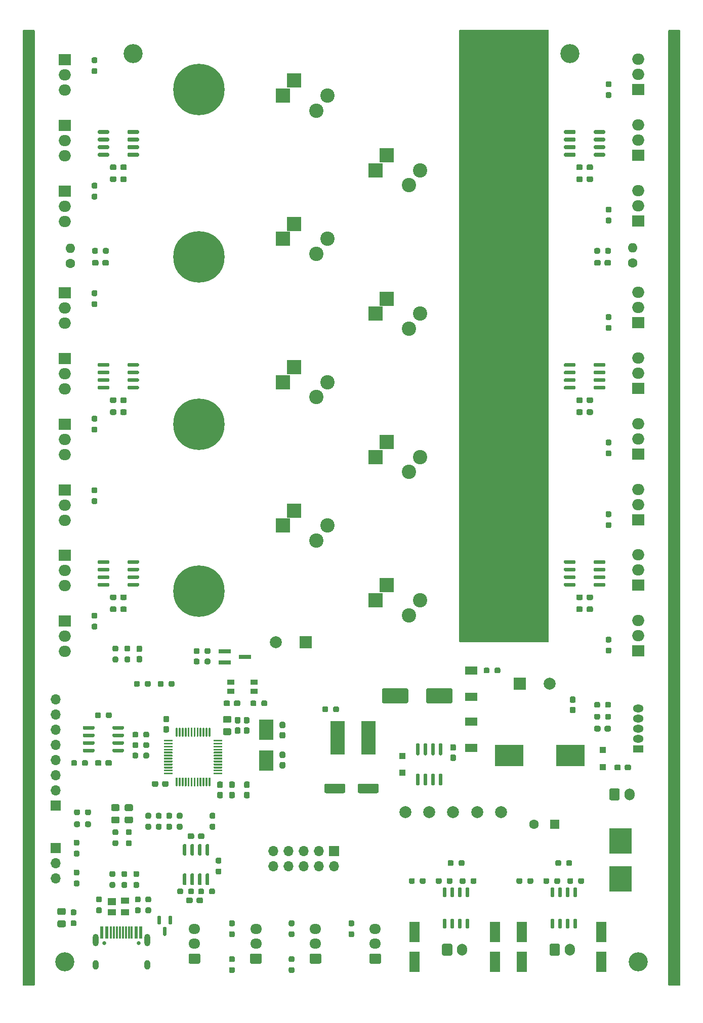
<source format=gts>
G04 #@! TF.GenerationSoftware,KiCad,Pcbnew,(5.99.0-11727-g1ec70d30af)*
G04 #@! TF.CreationDate,2021-08-20T03:51:17+02:00*
G04 #@! TF.ProjectId,motorcontroller,6d6f746f-7263-46f6-9e74-726f6c6c6572,rev?*
G04 #@! TF.SameCoordinates,Original*
G04 #@! TF.FileFunction,Soldermask,Top*
G04 #@! TF.FilePolarity,Negative*
%FSLAX46Y46*%
G04 Gerber Fmt 4.6, Leading zero omitted, Abs format (unit mm)*
G04 Created by KiCad (PCBNEW (5.99.0-11727-g1ec70d30af)) date 2021-08-20 03:51:17*
%MOMM*%
%LPD*%
G01*
G04 APERTURE LIST*
%ADD10R,2.400000X2.400000*%
%ADD11C,2.400000*%
%ADD12R,2.000000X1.905000*%
%ADD13O,2.000000X1.905000*%
%ADD14R,1.800000X3.500000*%
%ADD15R,1.100000X1.100000*%
%ADD16C,1.600000*%
%ADD17O,1.600000X1.600000*%
%ADD18C,2.000000*%
%ADD19R,1.700000X1.700000*%
%ADD20O,1.700000X1.700000*%
%ADD21O,1.950000X1.700000*%
%ADD22C,8.600000*%
%ADD23R,2.000000X2.000000*%
%ADD24R,3.810000X4.240000*%
%ADD25C,3.200000*%
%ADD26R,2.000000X0.650000*%
%ADD27R,1.800000X1.275000*%
%ADD28O,1.800000X1.275000*%
%ADD29R,2.100000X1.400000*%
%ADD30O,1.700000X2.000000*%
%ADD31R,1.250000X0.900000*%
%ADD32R,4.700000X3.600000*%
%ADD33R,1.600000X1.600000*%
%ADD34R,1.400000X1.200000*%
%ADD35R,1.400000X1.000000*%
%ADD36R,2.400000X3.500000*%
%ADD37O,1.000000X2.100000*%
%ADD38O,1.000000X1.600000*%
%ADD39R,0.600000X2.050000*%
%ADD40R,0.300000X2.050000*%
%ADD41C,0.650000*%
%ADD42R,2.350000X5.700000*%
G04 APERTURE END LIST*
D10*
G04 #@! TO.C,C205*
X68500000Y-36000000D03*
X70419873Y-33500000D03*
D11*
X74080127Y-38500000D03*
X76000000Y-36000000D03*
G04 #@! TD*
D10*
G04 #@! TO.C,C206*
X84000000Y-48500000D03*
X85919873Y-46000000D03*
D11*
X89580127Y-51000000D03*
X91500000Y-48500000D03*
G04 #@! TD*
D10*
G04 #@! TO.C,C207*
X68500000Y-60000000D03*
X70419873Y-57500000D03*
D11*
X74080127Y-62500000D03*
X76000000Y-60000000D03*
G04 #@! TD*
D10*
G04 #@! TO.C,C208*
X84000000Y-72500000D03*
X85919873Y-70000000D03*
D11*
X89580127Y-75000000D03*
X91500000Y-72500000D03*
G04 #@! TD*
D10*
G04 #@! TO.C,C209*
X68500000Y-84000000D03*
X70419873Y-81500000D03*
D11*
X74080127Y-86500000D03*
X76000000Y-84000000D03*
G04 #@! TD*
D10*
G04 #@! TO.C,C210*
X84000000Y-96500000D03*
X85919873Y-94000000D03*
D11*
X89580127Y-99000000D03*
X91500000Y-96500000D03*
G04 #@! TD*
D10*
G04 #@! TO.C,C211*
X68500000Y-108000000D03*
X70419873Y-105500000D03*
D11*
X74080127Y-110500000D03*
X76000000Y-108000000D03*
G04 #@! TD*
D10*
G04 #@! TO.C,C212*
X84000000Y-120500000D03*
X85919873Y-118000000D03*
D11*
X89580127Y-123000000D03*
X91500000Y-120500000D03*
G04 #@! TD*
G04 #@! TO.C,R404*
G36*
G01*
X37237500Y-53400000D02*
X36762500Y-53400000D01*
G75*
G02*
X36525000Y-53162500I0J237500D01*
G01*
X36525000Y-52662500D01*
G75*
G02*
X36762500Y-52425000I237500J0D01*
G01*
X37237500Y-52425000D01*
G75*
G02*
X37475000Y-52662500I0J-237500D01*
G01*
X37475000Y-53162500D01*
G75*
G02*
X37237500Y-53400000I-237500J0D01*
G01*
G37*
G36*
G01*
X37237500Y-51575000D02*
X36762500Y-51575000D01*
G75*
G02*
X36525000Y-51337500I0J237500D01*
G01*
X36525000Y-50837500D01*
G75*
G02*
X36762500Y-50600000I237500J0D01*
G01*
X37237500Y-50600000D01*
G75*
G02*
X37475000Y-50837500I0J-237500D01*
G01*
X37475000Y-51337500D01*
G75*
G02*
X37237500Y-51575000I-237500J0D01*
G01*
G37*
G04 #@! TD*
G04 #@! TO.C,D103*
G36*
G01*
X43200000Y-157850000D02*
X42300000Y-157850000D01*
G75*
G02*
X42050000Y-157600000I0J250000D01*
G01*
X42050000Y-156950000D01*
G75*
G02*
X42300000Y-156700000I250000J0D01*
G01*
X43200000Y-156700000D01*
G75*
G02*
X43450000Y-156950000I0J-250000D01*
G01*
X43450000Y-157600000D01*
G75*
G02*
X43200000Y-157850000I-250000J0D01*
G01*
G37*
G36*
G01*
X43200000Y-155800000D02*
X42300000Y-155800000D01*
G75*
G02*
X42050000Y-155550000I0J250000D01*
G01*
X42050000Y-154900000D01*
G75*
G02*
X42300000Y-154650000I250000J0D01*
G01*
X43200000Y-154650000D01*
G75*
G02*
X43450000Y-154900000I0J-250000D01*
G01*
X43450000Y-155550000D01*
G75*
G02*
X43200000Y-155800000I-250000J0D01*
G01*
G37*
G04 #@! TD*
G04 #@! TO.C,C412*
G36*
G01*
X117600000Y-87237500D02*
X117600000Y-86762500D01*
G75*
G02*
X117837500Y-86525000I237500J0D01*
G01*
X118437500Y-86525000D01*
G75*
G02*
X118675000Y-86762500I0J-237500D01*
G01*
X118675000Y-87237500D01*
G75*
G02*
X118437500Y-87475000I-237500J0D01*
G01*
X117837500Y-87475000D01*
G75*
G02*
X117600000Y-87237500I0J237500D01*
G01*
G37*
G36*
G01*
X119325000Y-87237500D02*
X119325000Y-86762500D01*
G75*
G02*
X119562500Y-86525000I237500J0D01*
G01*
X120162500Y-86525000D01*
G75*
G02*
X120400000Y-86762500I0J-237500D01*
G01*
X120400000Y-87237500D01*
G75*
G02*
X120162500Y-87475000I-237500J0D01*
G01*
X119562500Y-87475000D01*
G75*
G02*
X119325000Y-87237500I0J237500D01*
G01*
G37*
G04 #@! TD*
D12*
G04 #@! TO.C,D405*
X128000000Y-85000000D03*
D13*
X128000000Y-82460000D03*
X128000000Y-79920000D03*
G04 #@! TD*
G04 #@! TO.C,U101*
G36*
G01*
X55755000Y-161300000D02*
X56055000Y-161300000D01*
G75*
G02*
X56205000Y-161450000I0J-150000D01*
G01*
X56205000Y-163100000D01*
G75*
G02*
X56055000Y-163250000I-150000J0D01*
G01*
X55755000Y-163250000D01*
G75*
G02*
X55605000Y-163100000I0J150000D01*
G01*
X55605000Y-161450000D01*
G75*
G02*
X55755000Y-161300000I150000J0D01*
G01*
G37*
G36*
G01*
X54485000Y-161300000D02*
X54785000Y-161300000D01*
G75*
G02*
X54935000Y-161450000I0J-150000D01*
G01*
X54935000Y-163100000D01*
G75*
G02*
X54785000Y-163250000I-150000J0D01*
G01*
X54485000Y-163250000D01*
G75*
G02*
X54335000Y-163100000I0J150000D01*
G01*
X54335000Y-161450000D01*
G75*
G02*
X54485000Y-161300000I150000J0D01*
G01*
G37*
G36*
G01*
X53215000Y-161300000D02*
X53515000Y-161300000D01*
G75*
G02*
X53665000Y-161450000I0J-150000D01*
G01*
X53665000Y-163100000D01*
G75*
G02*
X53515000Y-163250000I-150000J0D01*
G01*
X53215000Y-163250000D01*
G75*
G02*
X53065000Y-163100000I0J150000D01*
G01*
X53065000Y-161450000D01*
G75*
G02*
X53215000Y-161300000I150000J0D01*
G01*
G37*
G36*
G01*
X51945000Y-161300000D02*
X52245000Y-161300000D01*
G75*
G02*
X52395000Y-161450000I0J-150000D01*
G01*
X52395000Y-163100000D01*
G75*
G02*
X52245000Y-163250000I-150000J0D01*
G01*
X51945000Y-163250000D01*
G75*
G02*
X51795000Y-163100000I0J150000D01*
G01*
X51795000Y-161450000D01*
G75*
G02*
X51945000Y-161300000I150000J0D01*
G01*
G37*
G36*
G01*
X51945000Y-166250000D02*
X52245000Y-166250000D01*
G75*
G02*
X52395000Y-166400000I0J-150000D01*
G01*
X52395000Y-168050000D01*
G75*
G02*
X52245000Y-168200000I-150000J0D01*
G01*
X51945000Y-168200000D01*
G75*
G02*
X51795000Y-168050000I0J150000D01*
G01*
X51795000Y-166400000D01*
G75*
G02*
X51945000Y-166250000I150000J0D01*
G01*
G37*
G36*
G01*
X53215000Y-166250000D02*
X53515000Y-166250000D01*
G75*
G02*
X53665000Y-166400000I0J-150000D01*
G01*
X53665000Y-168050000D01*
G75*
G02*
X53515000Y-168200000I-150000J0D01*
G01*
X53215000Y-168200000D01*
G75*
G02*
X53065000Y-168050000I0J150000D01*
G01*
X53065000Y-166400000D01*
G75*
G02*
X53215000Y-166250000I150000J0D01*
G01*
G37*
G36*
G01*
X54485000Y-166250000D02*
X54785000Y-166250000D01*
G75*
G02*
X54935000Y-166400000I0J-150000D01*
G01*
X54935000Y-168050000D01*
G75*
G02*
X54785000Y-168200000I-150000J0D01*
G01*
X54485000Y-168200000D01*
G75*
G02*
X54335000Y-168050000I0J150000D01*
G01*
X54335000Y-166400000D01*
G75*
G02*
X54485000Y-166250000I150000J0D01*
G01*
G37*
G36*
G01*
X55755000Y-166250000D02*
X56055000Y-166250000D01*
G75*
G02*
X56205000Y-166400000I0J-150000D01*
G01*
X56205000Y-168050000D01*
G75*
G02*
X56055000Y-168200000I-150000J0D01*
G01*
X55755000Y-168200000D01*
G75*
G02*
X55605000Y-168050000I0J150000D01*
G01*
X55605000Y-166400000D01*
G75*
G02*
X55755000Y-166250000I150000J0D01*
G01*
G37*
G04 #@! TD*
G04 #@! TO.C,R111*
G36*
G01*
X57987500Y-166400000D02*
X57512500Y-166400000D01*
G75*
G02*
X57275000Y-166162500I0J237500D01*
G01*
X57275000Y-165662500D01*
G75*
G02*
X57512500Y-165425000I237500J0D01*
G01*
X57987500Y-165425000D01*
G75*
G02*
X58225000Y-165662500I0J-237500D01*
G01*
X58225000Y-166162500D01*
G75*
G02*
X57987500Y-166400000I-237500J0D01*
G01*
G37*
G36*
G01*
X57987500Y-164575000D02*
X57512500Y-164575000D01*
G75*
G02*
X57275000Y-164337500I0J237500D01*
G01*
X57275000Y-163837500D01*
G75*
G02*
X57512500Y-163600000I237500J0D01*
G01*
X57987500Y-163600000D01*
G75*
G02*
X58225000Y-163837500I0J-237500D01*
G01*
X58225000Y-164337500D01*
G75*
G02*
X57987500Y-164575000I-237500J0D01*
G01*
G37*
G04 #@! TD*
G04 #@! TO.C,R403*
G36*
G01*
X37237500Y-32400000D02*
X36762500Y-32400000D01*
G75*
G02*
X36525000Y-32162500I0J237500D01*
G01*
X36525000Y-31662500D01*
G75*
G02*
X36762500Y-31425000I237500J0D01*
G01*
X37237500Y-31425000D01*
G75*
G02*
X37475000Y-31662500I0J-237500D01*
G01*
X37475000Y-32162500D01*
G75*
G02*
X37237500Y-32400000I-237500J0D01*
G01*
G37*
G36*
G01*
X37237500Y-30575000D02*
X36762500Y-30575000D01*
G75*
G02*
X36525000Y-30337500I0J237500D01*
G01*
X36525000Y-29837500D01*
G75*
G02*
X36762500Y-29600000I237500J0D01*
G01*
X37237500Y-29600000D01*
G75*
G02*
X37475000Y-29837500I0J-237500D01*
G01*
X37475000Y-30337500D01*
G75*
G02*
X37237500Y-30575000I-237500J0D01*
G01*
G37*
G04 #@! TD*
D14*
G04 #@! TO.C,D502*
X90500000Y-181000000D03*
X90500000Y-176000000D03*
G04 #@! TD*
G04 #@! TO.C,R117*
G36*
G01*
X56400000Y-130512500D02*
X56400000Y-130987500D01*
G75*
G02*
X56162500Y-131225000I-237500J0D01*
G01*
X55662500Y-131225000D01*
G75*
G02*
X55425000Y-130987500I0J237500D01*
G01*
X55425000Y-130512500D01*
G75*
G02*
X55662500Y-130275000I237500J0D01*
G01*
X56162500Y-130275000D01*
G75*
G02*
X56400000Y-130512500I0J-237500D01*
G01*
G37*
G36*
G01*
X54575000Y-130512500D02*
X54575000Y-130987500D01*
G75*
G02*
X54337500Y-131225000I-237500J0D01*
G01*
X53837500Y-131225000D01*
G75*
G02*
X53600000Y-130987500I0J237500D01*
G01*
X53600000Y-130512500D01*
G75*
G02*
X53837500Y-130275000I237500J0D01*
G01*
X54337500Y-130275000D01*
G75*
G02*
X54575000Y-130512500I0J-237500D01*
G01*
G37*
G04 #@! TD*
G04 #@! TO.C,R402*
G36*
G01*
X36600000Y-62237500D02*
X36600000Y-61762500D01*
G75*
G02*
X36837500Y-61525000I237500J0D01*
G01*
X37337500Y-61525000D01*
G75*
G02*
X37575000Y-61762500I0J-237500D01*
G01*
X37575000Y-62237500D01*
G75*
G02*
X37337500Y-62475000I-237500J0D01*
G01*
X36837500Y-62475000D01*
G75*
G02*
X36600000Y-62237500I0J237500D01*
G01*
G37*
G36*
G01*
X38425000Y-62237500D02*
X38425000Y-61762500D01*
G75*
G02*
X38662500Y-61525000I237500J0D01*
G01*
X39162500Y-61525000D01*
G75*
G02*
X39400000Y-61762500I0J-237500D01*
G01*
X39400000Y-62237500D01*
G75*
G02*
X39162500Y-62475000I-237500J0D01*
G01*
X38662500Y-62475000D01*
G75*
G02*
X38425000Y-62237500I0J237500D01*
G01*
G37*
G04 #@! TD*
G04 #@! TO.C,R408*
G36*
G01*
X37237500Y-125400000D02*
X36762500Y-125400000D01*
G75*
G02*
X36525000Y-125162500I0J237500D01*
G01*
X36525000Y-124662500D01*
G75*
G02*
X36762500Y-124425000I237500J0D01*
G01*
X37237500Y-124425000D01*
G75*
G02*
X37475000Y-124662500I0J-237500D01*
G01*
X37475000Y-125162500D01*
G75*
G02*
X37237500Y-125400000I-237500J0D01*
G01*
G37*
G36*
G01*
X37237500Y-123575000D02*
X36762500Y-123575000D01*
G75*
G02*
X36525000Y-123337500I0J237500D01*
G01*
X36525000Y-122837500D01*
G75*
G02*
X36762500Y-122600000I237500J0D01*
G01*
X37237500Y-122600000D01*
G75*
G02*
X37475000Y-122837500I0J-237500D01*
G01*
X37475000Y-123337500D01*
G75*
G02*
X37237500Y-123575000I-237500J0D01*
G01*
G37*
G04 #@! TD*
D15*
G04 #@! TO.C,D204*
X88500000Y-146600000D03*
X88500000Y-149400000D03*
G04 #@! TD*
G04 #@! TO.C,C101*
G36*
G01*
X55400000Y-159762500D02*
X55400000Y-160237500D01*
G75*
G02*
X55162500Y-160475000I-237500J0D01*
G01*
X54562500Y-160475000D01*
G75*
G02*
X54325000Y-160237500I0J237500D01*
G01*
X54325000Y-159762500D01*
G75*
G02*
X54562500Y-159525000I237500J0D01*
G01*
X55162500Y-159525000D01*
G75*
G02*
X55400000Y-159762500I0J-237500D01*
G01*
G37*
G36*
G01*
X53675000Y-159762500D02*
X53675000Y-160237500D01*
G75*
G02*
X53437500Y-160475000I-237500J0D01*
G01*
X52837500Y-160475000D01*
G75*
G02*
X52600000Y-160237500I0J237500D01*
G01*
X52600000Y-159762500D01*
G75*
G02*
X52837500Y-159525000I237500J0D01*
G01*
X53437500Y-159525000D01*
G75*
G02*
X53675000Y-159762500I0J-237500D01*
G01*
G37*
G04 #@! TD*
G04 #@! TO.C,C219*
G36*
G01*
X62737500Y-153650000D02*
X62262500Y-153650000D01*
G75*
G02*
X62025000Y-153412500I0J237500D01*
G01*
X62025000Y-152812500D01*
G75*
G02*
X62262500Y-152575000I237500J0D01*
G01*
X62737500Y-152575000D01*
G75*
G02*
X62975000Y-152812500I0J-237500D01*
G01*
X62975000Y-153412500D01*
G75*
G02*
X62737500Y-153650000I-237500J0D01*
G01*
G37*
G36*
G01*
X62737500Y-151925000D02*
X62262500Y-151925000D01*
G75*
G02*
X62025000Y-151687500I0J237500D01*
G01*
X62025000Y-151087500D01*
G75*
G02*
X62262500Y-150850000I237500J0D01*
G01*
X62737500Y-150850000D01*
G75*
G02*
X62975000Y-151087500I0J-237500D01*
G01*
X62975000Y-151687500D01*
G75*
G02*
X62737500Y-151925000I-237500J0D01*
G01*
G37*
G04 #@! TD*
D16*
G04 #@! TO.C,TH401*
X33000000Y-64080000D03*
D17*
X33000000Y-61540000D03*
G04 #@! TD*
D18*
G04 #@! TO.C,TP101*
X97000000Y-156000000D03*
G04 #@! TD*
G04 #@! TO.C,R304*
G36*
G01*
X41762500Y-165850000D02*
X42237500Y-165850000D01*
G75*
G02*
X42475000Y-166087500I0J-237500D01*
G01*
X42475000Y-166587500D01*
G75*
G02*
X42237500Y-166825000I-237500J0D01*
G01*
X41762500Y-166825000D01*
G75*
G02*
X41525000Y-166587500I0J237500D01*
G01*
X41525000Y-166087500D01*
G75*
G02*
X41762500Y-165850000I237500J0D01*
G01*
G37*
G36*
G01*
X41762500Y-167675000D02*
X42237500Y-167675000D01*
G75*
G02*
X42475000Y-167912500I0J-237500D01*
G01*
X42475000Y-168412500D01*
G75*
G02*
X42237500Y-168650000I-237500J0D01*
G01*
X41762500Y-168650000D01*
G75*
G02*
X41525000Y-168412500I0J237500D01*
G01*
X41525000Y-167912500D01*
G75*
G02*
X41762500Y-167675000I237500J0D01*
G01*
G37*
G04 #@! TD*
G04 #@! TO.C,R307*
G36*
G01*
X36400000Y-157762500D02*
X36400000Y-158237500D01*
G75*
G02*
X36162500Y-158475000I-237500J0D01*
G01*
X35662500Y-158475000D01*
G75*
G02*
X35425000Y-158237500I0J237500D01*
G01*
X35425000Y-157762500D01*
G75*
G02*
X35662500Y-157525000I237500J0D01*
G01*
X36162500Y-157525000D01*
G75*
G02*
X36400000Y-157762500I0J-237500D01*
G01*
G37*
G36*
G01*
X34575000Y-157762500D02*
X34575000Y-158237500D01*
G75*
G02*
X34337500Y-158475000I-237500J0D01*
G01*
X33837500Y-158475000D01*
G75*
G02*
X33600000Y-158237500I0J237500D01*
G01*
X33600000Y-157762500D01*
G75*
G02*
X33837500Y-157525000I237500J0D01*
G01*
X34337500Y-157525000D01*
G75*
G02*
X34575000Y-157762500I0J-237500D01*
G01*
G37*
G04 #@! TD*
G04 #@! TO.C,R506*
G36*
G01*
X107600000Y-167737500D02*
X107600000Y-167262500D01*
G75*
G02*
X107837500Y-167025000I237500J0D01*
G01*
X108337500Y-167025000D01*
G75*
G02*
X108575000Y-167262500I0J-237500D01*
G01*
X108575000Y-167737500D01*
G75*
G02*
X108337500Y-167975000I-237500J0D01*
G01*
X107837500Y-167975000D01*
G75*
G02*
X107600000Y-167737500I0J237500D01*
G01*
G37*
G36*
G01*
X109425000Y-167737500D02*
X109425000Y-167262500D01*
G75*
G02*
X109662500Y-167025000I237500J0D01*
G01*
X110162500Y-167025000D01*
G75*
G02*
X110400000Y-167262500I0J-237500D01*
G01*
X110400000Y-167737500D01*
G75*
G02*
X110162500Y-167975000I-237500J0D01*
G01*
X109662500Y-167975000D01*
G75*
G02*
X109425000Y-167737500I0J237500D01*
G01*
G37*
G04 #@! TD*
D19*
G04 #@! TO.C,J107*
X30500000Y-154875000D03*
D20*
X30500000Y-152335000D03*
X30500000Y-149795000D03*
X30500000Y-147255000D03*
X30500000Y-144715000D03*
X30500000Y-142175000D03*
X30500000Y-139635000D03*
X30500000Y-137095000D03*
G04 #@! TD*
G04 #@! TO.C,C213*
G36*
G01*
X117237500Y-139400000D02*
X116762500Y-139400000D01*
G75*
G02*
X116525000Y-139162500I0J237500D01*
G01*
X116525000Y-138562500D01*
G75*
G02*
X116762500Y-138325000I237500J0D01*
G01*
X117237500Y-138325000D01*
G75*
G02*
X117475000Y-138562500I0J-237500D01*
G01*
X117475000Y-139162500D01*
G75*
G02*
X117237500Y-139400000I-237500J0D01*
G01*
G37*
G36*
G01*
X117237500Y-137675000D02*
X116762500Y-137675000D01*
G75*
G02*
X116525000Y-137437500I0J237500D01*
G01*
X116525000Y-136837500D01*
G75*
G02*
X116762500Y-136600000I237500J0D01*
G01*
X117237500Y-136600000D01*
G75*
G02*
X117475000Y-136837500I0J-237500D01*
G01*
X117475000Y-137437500D01*
G75*
G02*
X117237500Y-137675000I-237500J0D01*
G01*
G37*
G04 #@! TD*
G04 #@! TO.C,J104*
G36*
G01*
X74700000Y-181350000D02*
X73250000Y-181350000D01*
G75*
G02*
X73000000Y-181100000I0J250000D01*
G01*
X73000000Y-179900000D01*
G75*
G02*
X73250000Y-179650000I250000J0D01*
G01*
X74700000Y-179650000D01*
G75*
G02*
X74950000Y-179900000I0J-250000D01*
G01*
X74950000Y-181100000D01*
G75*
G02*
X74700000Y-181350000I-250000J0D01*
G01*
G37*
D21*
X73975000Y-178000000D03*
X73975000Y-175500000D03*
G04 #@! TD*
G04 #@! TO.C,R120*
G36*
G01*
X45762500Y-156100000D02*
X46237500Y-156100000D01*
G75*
G02*
X46475000Y-156337500I0J-237500D01*
G01*
X46475000Y-156837500D01*
G75*
G02*
X46237500Y-157075000I-237500J0D01*
G01*
X45762500Y-157075000D01*
G75*
G02*
X45525000Y-156837500I0J237500D01*
G01*
X45525000Y-156337500D01*
G75*
G02*
X45762500Y-156100000I237500J0D01*
G01*
G37*
G36*
G01*
X45762500Y-157925000D02*
X46237500Y-157925000D01*
G75*
G02*
X46475000Y-158162500I0J-237500D01*
G01*
X46475000Y-158662500D01*
G75*
G02*
X46237500Y-158900000I-237500J0D01*
G01*
X45762500Y-158900000D01*
G75*
G02*
X45525000Y-158662500I0J237500D01*
G01*
X45525000Y-158162500D01*
G75*
G02*
X45762500Y-157925000I237500J0D01*
G01*
G37*
G04 #@! TD*
G04 #@! TO.C,C408*
G36*
G01*
X123400000Y-63762500D02*
X123400000Y-64237500D01*
G75*
G02*
X123162500Y-64475000I-237500J0D01*
G01*
X122562500Y-64475000D01*
G75*
G02*
X122325000Y-64237500I0J237500D01*
G01*
X122325000Y-63762500D01*
G75*
G02*
X122562500Y-63525000I237500J0D01*
G01*
X123162500Y-63525000D01*
G75*
G02*
X123400000Y-63762500I0J-237500D01*
G01*
G37*
G36*
G01*
X121675000Y-63762500D02*
X121675000Y-64237500D01*
G75*
G02*
X121437500Y-64475000I-237500J0D01*
G01*
X120837500Y-64475000D01*
G75*
G02*
X120600000Y-64237500I0J237500D01*
G01*
X120600000Y-63762500D01*
G75*
G02*
X120837500Y-63525000I237500J0D01*
G01*
X121437500Y-63525000D01*
G75*
G02*
X121675000Y-63762500I0J-237500D01*
G01*
G37*
G04 #@! TD*
G04 #@! TO.C,R410*
G36*
G01*
X50400000Y-134262500D02*
X50400000Y-134737500D01*
G75*
G02*
X50162500Y-134975000I-237500J0D01*
G01*
X49662500Y-134975000D01*
G75*
G02*
X49425000Y-134737500I0J237500D01*
G01*
X49425000Y-134262500D01*
G75*
G02*
X49662500Y-134025000I237500J0D01*
G01*
X50162500Y-134025000D01*
G75*
G02*
X50400000Y-134262500I0J-237500D01*
G01*
G37*
G36*
G01*
X48575000Y-134262500D02*
X48575000Y-134737500D01*
G75*
G02*
X48337500Y-134975000I-237500J0D01*
G01*
X47837500Y-134975000D01*
G75*
G02*
X47600000Y-134737500I0J237500D01*
G01*
X47600000Y-134262500D01*
G75*
G02*
X47837500Y-134025000I237500J0D01*
G01*
X48337500Y-134025000D01*
G75*
G02*
X48575000Y-134262500I0J-237500D01*
G01*
G37*
G04 #@! TD*
G04 #@! TO.C,R112*
G36*
G01*
X33737500Y-175062500D02*
X33262500Y-175062500D01*
G75*
G02*
X33025000Y-174825000I0J237500D01*
G01*
X33025000Y-174325000D01*
G75*
G02*
X33262500Y-174087500I237500J0D01*
G01*
X33737500Y-174087500D01*
G75*
G02*
X33975000Y-174325000I0J-237500D01*
G01*
X33975000Y-174825000D01*
G75*
G02*
X33737500Y-175062500I-237500J0D01*
G01*
G37*
G36*
G01*
X33737500Y-173237500D02*
X33262500Y-173237500D01*
G75*
G02*
X33025000Y-173000000I0J237500D01*
G01*
X33025000Y-172500000D01*
G75*
G02*
X33262500Y-172262500I237500J0D01*
G01*
X33737500Y-172262500D01*
G75*
G02*
X33975000Y-172500000I0J-237500D01*
G01*
X33975000Y-173000000D01*
G75*
G02*
X33737500Y-173237500I-237500J0D01*
G01*
G37*
G04 #@! TD*
G04 #@! TO.C,C404*
G36*
G01*
X42400000Y-88762500D02*
X42400000Y-89237500D01*
G75*
G02*
X42162500Y-89475000I-237500J0D01*
G01*
X41562500Y-89475000D01*
G75*
G02*
X41325000Y-89237500I0J237500D01*
G01*
X41325000Y-88762500D01*
G75*
G02*
X41562500Y-88525000I237500J0D01*
G01*
X42162500Y-88525000D01*
G75*
G02*
X42400000Y-88762500I0J-237500D01*
G01*
G37*
G36*
G01*
X40675000Y-88762500D02*
X40675000Y-89237500D01*
G75*
G02*
X40437500Y-89475000I-237500J0D01*
G01*
X39837500Y-89475000D01*
G75*
G02*
X39600000Y-89237500I0J237500D01*
G01*
X39600000Y-88762500D01*
G75*
G02*
X39837500Y-88525000I237500J0D01*
G01*
X40437500Y-88525000D01*
G75*
G02*
X40675000Y-88762500I0J-237500D01*
G01*
G37*
G04 #@! TD*
G04 #@! TO.C,U403*
G36*
G01*
X44450000Y-117755000D02*
X44450000Y-118055000D01*
G75*
G02*
X44300000Y-118205000I-150000J0D01*
G01*
X42650000Y-118205000D01*
G75*
G02*
X42500000Y-118055000I0J150000D01*
G01*
X42500000Y-117755000D01*
G75*
G02*
X42650000Y-117605000I150000J0D01*
G01*
X44300000Y-117605000D01*
G75*
G02*
X44450000Y-117755000I0J-150000D01*
G01*
G37*
G36*
G01*
X44450000Y-116485000D02*
X44450000Y-116785000D01*
G75*
G02*
X44300000Y-116935000I-150000J0D01*
G01*
X42650000Y-116935000D01*
G75*
G02*
X42500000Y-116785000I0J150000D01*
G01*
X42500000Y-116485000D01*
G75*
G02*
X42650000Y-116335000I150000J0D01*
G01*
X44300000Y-116335000D01*
G75*
G02*
X44450000Y-116485000I0J-150000D01*
G01*
G37*
G36*
G01*
X44450000Y-115215000D02*
X44450000Y-115515000D01*
G75*
G02*
X44300000Y-115665000I-150000J0D01*
G01*
X42650000Y-115665000D01*
G75*
G02*
X42500000Y-115515000I0J150000D01*
G01*
X42500000Y-115215000D01*
G75*
G02*
X42650000Y-115065000I150000J0D01*
G01*
X44300000Y-115065000D01*
G75*
G02*
X44450000Y-115215000I0J-150000D01*
G01*
G37*
G36*
G01*
X44450000Y-113945000D02*
X44450000Y-114245000D01*
G75*
G02*
X44300000Y-114395000I-150000J0D01*
G01*
X42650000Y-114395000D01*
G75*
G02*
X42500000Y-114245000I0J150000D01*
G01*
X42500000Y-113945000D01*
G75*
G02*
X42650000Y-113795000I150000J0D01*
G01*
X44300000Y-113795000D01*
G75*
G02*
X44450000Y-113945000I0J-150000D01*
G01*
G37*
G36*
G01*
X39500000Y-113945000D02*
X39500000Y-114245000D01*
G75*
G02*
X39350000Y-114395000I-150000J0D01*
G01*
X37700000Y-114395000D01*
G75*
G02*
X37550000Y-114245000I0J150000D01*
G01*
X37550000Y-113945000D01*
G75*
G02*
X37700000Y-113795000I150000J0D01*
G01*
X39350000Y-113795000D01*
G75*
G02*
X39500000Y-113945000I0J-150000D01*
G01*
G37*
G36*
G01*
X39500000Y-115215000D02*
X39500000Y-115515000D01*
G75*
G02*
X39350000Y-115665000I-150000J0D01*
G01*
X37700000Y-115665000D01*
G75*
G02*
X37550000Y-115515000I0J150000D01*
G01*
X37550000Y-115215000D01*
G75*
G02*
X37700000Y-115065000I150000J0D01*
G01*
X39350000Y-115065000D01*
G75*
G02*
X39500000Y-115215000I0J-150000D01*
G01*
G37*
G36*
G01*
X39500000Y-116485000D02*
X39500000Y-116785000D01*
G75*
G02*
X39350000Y-116935000I-150000J0D01*
G01*
X37700000Y-116935000D01*
G75*
G02*
X37550000Y-116785000I0J150000D01*
G01*
X37550000Y-116485000D01*
G75*
G02*
X37700000Y-116335000I150000J0D01*
G01*
X39350000Y-116335000D01*
G75*
G02*
X39500000Y-116485000I0J-150000D01*
G01*
G37*
G36*
G01*
X39500000Y-117755000D02*
X39500000Y-118055000D01*
G75*
G02*
X39350000Y-118205000I-150000J0D01*
G01*
X37700000Y-118205000D01*
G75*
G02*
X37550000Y-118055000I0J150000D01*
G01*
X37550000Y-117755000D01*
G75*
G02*
X37700000Y-117605000I150000J0D01*
G01*
X39350000Y-117605000D01*
G75*
G02*
X39500000Y-117755000I0J-150000D01*
G01*
G37*
G04 #@! TD*
D22*
G04 #@! TO.C,H112*
X105500000Y-91000000D03*
G04 #@! TD*
G04 #@! TO.C,D104*
G36*
G01*
X49550000Y-173325000D02*
X49850000Y-173325000D01*
G75*
G02*
X50000000Y-173475000I0J-150000D01*
G01*
X50000000Y-174650000D01*
G75*
G02*
X49850000Y-174800000I-150000J0D01*
G01*
X49550000Y-174800000D01*
G75*
G02*
X49400000Y-174650000I0J150000D01*
G01*
X49400000Y-173475000D01*
G75*
G02*
X49550000Y-173325000I150000J0D01*
G01*
G37*
G36*
G01*
X47650000Y-173325000D02*
X47950000Y-173325000D01*
G75*
G02*
X48100000Y-173475000I0J-150000D01*
G01*
X48100000Y-174650000D01*
G75*
G02*
X47950000Y-174800000I-150000J0D01*
G01*
X47650000Y-174800000D01*
G75*
G02*
X47500000Y-174650000I0J150000D01*
G01*
X47500000Y-173475000D01*
G75*
G02*
X47650000Y-173325000I150000J0D01*
G01*
G37*
G36*
G01*
X48600000Y-175200000D02*
X48900000Y-175200000D01*
G75*
G02*
X49050000Y-175350000I0J-150000D01*
G01*
X49050000Y-176525000D01*
G75*
G02*
X48900000Y-176675000I-150000J0D01*
G01*
X48600000Y-176675000D01*
G75*
G02*
X48450000Y-176525000I0J150000D01*
G01*
X48450000Y-175350000D01*
G75*
G02*
X48600000Y-175200000I150000J0D01*
G01*
G37*
G04 #@! TD*
D19*
G04 #@! TO.C,J106*
X30500000Y-161975000D03*
D20*
X30500000Y-164515000D03*
X30500000Y-167055000D03*
G04 #@! TD*
D23*
G04 #@! TO.C,BZ101*
X72310784Y-127500000D03*
D18*
X67310784Y-127500000D03*
G04 #@! TD*
G04 #@! TO.C,R109*
G36*
G01*
X34237500Y-163400000D02*
X33762500Y-163400000D01*
G75*
G02*
X33525000Y-163162500I0J237500D01*
G01*
X33525000Y-162662500D01*
G75*
G02*
X33762500Y-162425000I237500J0D01*
G01*
X34237500Y-162425000D01*
G75*
G02*
X34475000Y-162662500I0J-237500D01*
G01*
X34475000Y-163162500D01*
G75*
G02*
X34237500Y-163400000I-237500J0D01*
G01*
G37*
G36*
G01*
X34237500Y-161575000D02*
X33762500Y-161575000D01*
G75*
G02*
X33525000Y-161337500I0J237500D01*
G01*
X33525000Y-160837500D01*
G75*
G02*
X33762500Y-160600000I237500J0D01*
G01*
X34237500Y-160600000D01*
G75*
G02*
X34475000Y-160837500I0J-237500D01*
G01*
X34475000Y-161337500D01*
G75*
G02*
X34237500Y-161575000I-237500J0D01*
G01*
G37*
G04 #@! TD*
G04 #@! TO.C,R311*
G36*
G01*
X43350000Y-146737500D02*
X43350000Y-146262500D01*
G75*
G02*
X43587500Y-146025000I237500J0D01*
G01*
X44087500Y-146025000D01*
G75*
G02*
X44325000Y-146262500I0J-237500D01*
G01*
X44325000Y-146737500D01*
G75*
G02*
X44087500Y-146975000I-237500J0D01*
G01*
X43587500Y-146975000D01*
G75*
G02*
X43350000Y-146737500I0J237500D01*
G01*
G37*
G36*
G01*
X45175000Y-146737500D02*
X45175000Y-146262500D01*
G75*
G02*
X45412500Y-146025000I237500J0D01*
G01*
X45912500Y-146025000D01*
G75*
G02*
X46150000Y-146262500I0J-237500D01*
G01*
X46150000Y-146737500D01*
G75*
G02*
X45912500Y-146975000I-237500J0D01*
G01*
X45412500Y-146975000D01*
G75*
G02*
X45175000Y-146737500I0J237500D01*
G01*
G37*
G04 #@! TD*
G04 #@! TO.C,R503*
G36*
G01*
X98100000Y-167737500D02*
X98100000Y-167262500D01*
G75*
G02*
X98337500Y-167025000I237500J0D01*
G01*
X98837500Y-167025000D01*
G75*
G02*
X99075000Y-167262500I0J-237500D01*
G01*
X99075000Y-167737500D01*
G75*
G02*
X98837500Y-167975000I-237500J0D01*
G01*
X98337500Y-167975000D01*
G75*
G02*
X98100000Y-167737500I0J237500D01*
G01*
G37*
G36*
G01*
X99925000Y-167737500D02*
X99925000Y-167262500D01*
G75*
G02*
X100162500Y-167025000I237500J0D01*
G01*
X100662500Y-167025000D01*
G75*
G02*
X100900000Y-167262500I0J-237500D01*
G01*
X100900000Y-167737500D01*
G75*
G02*
X100662500Y-167975000I-237500J0D01*
G01*
X100162500Y-167975000D01*
G75*
G02*
X99925000Y-167737500I0J237500D01*
G01*
G37*
G04 #@! TD*
G04 #@! TO.C,R106*
G36*
G01*
X33762500Y-165600000D02*
X34237500Y-165600000D01*
G75*
G02*
X34475000Y-165837500I0J-237500D01*
G01*
X34475000Y-166337500D01*
G75*
G02*
X34237500Y-166575000I-237500J0D01*
G01*
X33762500Y-166575000D01*
G75*
G02*
X33525000Y-166337500I0J237500D01*
G01*
X33525000Y-165837500D01*
G75*
G02*
X33762500Y-165600000I237500J0D01*
G01*
G37*
G36*
G01*
X33762500Y-167425000D02*
X34237500Y-167425000D01*
G75*
G02*
X34475000Y-167662500I0J-237500D01*
G01*
X34475000Y-168162500D01*
G75*
G02*
X34237500Y-168400000I-237500J0D01*
G01*
X33762500Y-168400000D01*
G75*
G02*
X33525000Y-168162500I0J237500D01*
G01*
X33525000Y-167662500D01*
G75*
G02*
X33762500Y-167425000I237500J0D01*
G01*
G37*
G04 #@! TD*
D15*
G04 #@! TO.C,D203*
X122000000Y-145600000D03*
X122000000Y-148400000D03*
G04 #@! TD*
G04 #@! TO.C,C218*
G36*
G01*
X62212020Y-140049520D02*
X62687020Y-140049520D01*
G75*
G02*
X62924520Y-140287020I0J-237500D01*
G01*
X62924520Y-140887020D01*
G75*
G02*
X62687020Y-141124520I-237500J0D01*
G01*
X62212020Y-141124520D01*
G75*
G02*
X61974520Y-140887020I0J237500D01*
G01*
X61974520Y-140287020D01*
G75*
G02*
X62212020Y-140049520I237500J0D01*
G01*
G37*
G36*
G01*
X62212020Y-141774520D02*
X62687020Y-141774520D01*
G75*
G02*
X62924520Y-142012020I0J-237500D01*
G01*
X62924520Y-142612020D01*
G75*
G02*
X62687020Y-142849520I-237500J0D01*
G01*
X62212020Y-142849520D01*
G75*
G02*
X61974520Y-142612020I0J237500D01*
G01*
X61974520Y-142012020D01*
G75*
G02*
X62212020Y-141774520I237500J0D01*
G01*
G37*
G04 #@! TD*
G04 #@! TO.C,R413*
G36*
G01*
X123237500Y-75400000D02*
X122762500Y-75400000D01*
G75*
G02*
X122525000Y-75162500I0J237500D01*
G01*
X122525000Y-74662500D01*
G75*
G02*
X122762500Y-74425000I237500J0D01*
G01*
X123237500Y-74425000D01*
G75*
G02*
X123475000Y-74662500I0J-237500D01*
G01*
X123475000Y-75162500D01*
G75*
G02*
X123237500Y-75400000I-237500J0D01*
G01*
G37*
G36*
G01*
X123237500Y-73575000D02*
X122762500Y-73575000D01*
G75*
G02*
X122525000Y-73337500I0J237500D01*
G01*
X122525000Y-72837500D01*
G75*
G02*
X122762500Y-72600000I237500J0D01*
G01*
X123237500Y-72600000D01*
G75*
G02*
X123475000Y-72837500I0J-237500D01*
G01*
X123475000Y-73337500D01*
G75*
G02*
X123237500Y-73575000I-237500J0D01*
G01*
G37*
G04 #@! TD*
D24*
G04 #@! TO.C,F201*
X125000000Y-167185000D03*
X125000000Y-160815000D03*
G04 #@! TD*
G04 #@! TO.C,R501*
G36*
G01*
X96100000Y-164737500D02*
X96100000Y-164262500D01*
G75*
G02*
X96337500Y-164025000I237500J0D01*
G01*
X96837500Y-164025000D01*
G75*
G02*
X97075000Y-164262500I0J-237500D01*
G01*
X97075000Y-164737500D01*
G75*
G02*
X96837500Y-164975000I-237500J0D01*
G01*
X96337500Y-164975000D01*
G75*
G02*
X96100000Y-164737500I0J237500D01*
G01*
G37*
G36*
G01*
X97925000Y-164737500D02*
X97925000Y-164262500D01*
G75*
G02*
X98162500Y-164025000I237500J0D01*
G01*
X98662500Y-164025000D01*
G75*
G02*
X98900000Y-164262500I0J-237500D01*
G01*
X98900000Y-164737500D01*
G75*
G02*
X98662500Y-164975000I-237500J0D01*
G01*
X98162500Y-164975000D01*
G75*
G02*
X97925000Y-164737500I0J237500D01*
G01*
G37*
G04 #@! TD*
G04 #@! TO.C,J103*
G36*
G01*
X64725000Y-181350000D02*
X63275000Y-181350000D01*
G75*
G02*
X63025000Y-181100000I0J250000D01*
G01*
X63025000Y-179900000D01*
G75*
G02*
X63275000Y-179650000I250000J0D01*
G01*
X64725000Y-179650000D01*
G75*
G02*
X64975000Y-179900000I0J-250000D01*
G01*
X64975000Y-181100000D01*
G75*
G02*
X64725000Y-181350000I-250000J0D01*
G01*
G37*
D21*
X64000000Y-178000000D03*
X64000000Y-175500000D03*
G04 #@! TD*
G04 #@! TO.C,R201*
G36*
G01*
X120600000Y-138237500D02*
X120600000Y-137762500D01*
G75*
G02*
X120837500Y-137525000I237500J0D01*
G01*
X121337500Y-137525000D01*
G75*
G02*
X121575000Y-137762500I0J-237500D01*
G01*
X121575000Y-138237500D01*
G75*
G02*
X121337500Y-138475000I-237500J0D01*
G01*
X120837500Y-138475000D01*
G75*
G02*
X120600000Y-138237500I0J237500D01*
G01*
G37*
G36*
G01*
X122425000Y-138237500D02*
X122425000Y-137762500D01*
G75*
G02*
X122662500Y-137525000I237500J0D01*
G01*
X123162500Y-137525000D01*
G75*
G02*
X123400000Y-137762500I0J-237500D01*
G01*
X123400000Y-138237500D01*
G75*
G02*
X123162500Y-138475000I-237500J0D01*
G01*
X122662500Y-138475000D01*
G75*
G02*
X122425000Y-138237500I0J237500D01*
G01*
G37*
G04 #@! TD*
D12*
G04 #@! TO.C,D401*
X32000000Y-41000000D03*
D13*
X32000000Y-43540000D03*
X32000000Y-46080000D03*
G04 #@! TD*
G04 #@! TO.C,U401*
G36*
G01*
X44450000Y-45755000D02*
X44450000Y-46055000D01*
G75*
G02*
X44300000Y-46205000I-150000J0D01*
G01*
X42650000Y-46205000D01*
G75*
G02*
X42500000Y-46055000I0J150000D01*
G01*
X42500000Y-45755000D01*
G75*
G02*
X42650000Y-45605000I150000J0D01*
G01*
X44300000Y-45605000D01*
G75*
G02*
X44450000Y-45755000I0J-150000D01*
G01*
G37*
G36*
G01*
X44450000Y-44485000D02*
X44450000Y-44785000D01*
G75*
G02*
X44300000Y-44935000I-150000J0D01*
G01*
X42650000Y-44935000D01*
G75*
G02*
X42500000Y-44785000I0J150000D01*
G01*
X42500000Y-44485000D01*
G75*
G02*
X42650000Y-44335000I150000J0D01*
G01*
X44300000Y-44335000D01*
G75*
G02*
X44450000Y-44485000I0J-150000D01*
G01*
G37*
G36*
G01*
X44450000Y-43215000D02*
X44450000Y-43515000D01*
G75*
G02*
X44300000Y-43665000I-150000J0D01*
G01*
X42650000Y-43665000D01*
G75*
G02*
X42500000Y-43515000I0J150000D01*
G01*
X42500000Y-43215000D01*
G75*
G02*
X42650000Y-43065000I150000J0D01*
G01*
X44300000Y-43065000D01*
G75*
G02*
X44450000Y-43215000I0J-150000D01*
G01*
G37*
G36*
G01*
X44450000Y-41945000D02*
X44450000Y-42245000D01*
G75*
G02*
X44300000Y-42395000I-150000J0D01*
G01*
X42650000Y-42395000D01*
G75*
G02*
X42500000Y-42245000I0J150000D01*
G01*
X42500000Y-41945000D01*
G75*
G02*
X42650000Y-41795000I150000J0D01*
G01*
X44300000Y-41795000D01*
G75*
G02*
X44450000Y-41945000I0J-150000D01*
G01*
G37*
G36*
G01*
X39500000Y-41945000D02*
X39500000Y-42245000D01*
G75*
G02*
X39350000Y-42395000I-150000J0D01*
G01*
X37700000Y-42395000D01*
G75*
G02*
X37550000Y-42245000I0J150000D01*
G01*
X37550000Y-41945000D01*
G75*
G02*
X37700000Y-41795000I150000J0D01*
G01*
X39350000Y-41795000D01*
G75*
G02*
X39500000Y-41945000I0J-150000D01*
G01*
G37*
G36*
G01*
X39500000Y-43215000D02*
X39500000Y-43515000D01*
G75*
G02*
X39350000Y-43665000I-150000J0D01*
G01*
X37700000Y-43665000D01*
G75*
G02*
X37550000Y-43515000I0J150000D01*
G01*
X37550000Y-43215000D01*
G75*
G02*
X37700000Y-43065000I150000J0D01*
G01*
X39350000Y-43065000D01*
G75*
G02*
X39500000Y-43215000I0J-150000D01*
G01*
G37*
G36*
G01*
X39500000Y-44485000D02*
X39500000Y-44785000D01*
G75*
G02*
X39350000Y-44935000I-150000J0D01*
G01*
X37700000Y-44935000D01*
G75*
G02*
X37550000Y-44785000I0J150000D01*
G01*
X37550000Y-44485000D01*
G75*
G02*
X37700000Y-44335000I150000J0D01*
G01*
X39350000Y-44335000D01*
G75*
G02*
X39500000Y-44485000I0J-150000D01*
G01*
G37*
G36*
G01*
X39500000Y-45755000D02*
X39500000Y-46055000D01*
G75*
G02*
X39350000Y-46205000I-150000J0D01*
G01*
X37700000Y-46205000D01*
G75*
G02*
X37550000Y-46055000I0J150000D01*
G01*
X37550000Y-45755000D01*
G75*
G02*
X37700000Y-45605000I150000J0D01*
G01*
X39350000Y-45605000D01*
G75*
G02*
X39500000Y-45755000I0J-150000D01*
G01*
G37*
G04 #@! TD*
D22*
G04 #@! TO.C,H111*
X54500000Y-91000000D03*
G04 #@! TD*
G04 #@! TO.C,L203*
G36*
G01*
X58749520Y-139874520D02*
X59649520Y-139874520D01*
G75*
G02*
X59899520Y-140124520I0J-250000D01*
G01*
X59899520Y-140774520D01*
G75*
G02*
X59649520Y-141024520I-250000J0D01*
G01*
X58749520Y-141024520D01*
G75*
G02*
X58499520Y-140774520I0J250000D01*
G01*
X58499520Y-140124520D01*
G75*
G02*
X58749520Y-139874520I250000J0D01*
G01*
G37*
G36*
G01*
X58749520Y-141924520D02*
X59649520Y-141924520D01*
G75*
G02*
X59899520Y-142174520I0J-250000D01*
G01*
X59899520Y-142824520D01*
G75*
G02*
X59649520Y-143074520I-250000J0D01*
G01*
X58749520Y-143074520D01*
G75*
G02*
X58499520Y-142824520I0J250000D01*
G01*
X58499520Y-142174520D01*
G75*
G02*
X58749520Y-141924520I250000J0D01*
G01*
G37*
G04 #@! TD*
D25*
G04 #@! TO.C,H104*
X128000000Y-181000000D03*
G04 #@! TD*
G04 #@! TO.C,R203*
G36*
G01*
X40262500Y-128100000D02*
X40737500Y-128100000D01*
G75*
G02*
X40975000Y-128337500I0J-237500D01*
G01*
X40975000Y-128837500D01*
G75*
G02*
X40737500Y-129075000I-237500J0D01*
G01*
X40262500Y-129075000D01*
G75*
G02*
X40025000Y-128837500I0J237500D01*
G01*
X40025000Y-128337500D01*
G75*
G02*
X40262500Y-128100000I237500J0D01*
G01*
G37*
G36*
G01*
X40262500Y-129925000D02*
X40737500Y-129925000D01*
G75*
G02*
X40975000Y-130162500I0J-237500D01*
G01*
X40975000Y-130662500D01*
G75*
G02*
X40737500Y-130900000I-237500J0D01*
G01*
X40262500Y-130900000D01*
G75*
G02*
X40025000Y-130662500I0J237500D01*
G01*
X40025000Y-130162500D01*
G75*
G02*
X40262500Y-129925000I237500J0D01*
G01*
G37*
G04 #@! TD*
G04 #@! TO.C,R103*
G36*
G01*
X37987500Y-172900000D02*
X37512500Y-172900000D01*
G75*
G02*
X37275000Y-172662500I0J237500D01*
G01*
X37275000Y-172162500D01*
G75*
G02*
X37512500Y-171925000I237500J0D01*
G01*
X37987500Y-171925000D01*
G75*
G02*
X38225000Y-172162500I0J-237500D01*
G01*
X38225000Y-172662500D01*
G75*
G02*
X37987500Y-172900000I-237500J0D01*
G01*
G37*
G36*
G01*
X37987500Y-171075000D02*
X37512500Y-171075000D01*
G75*
G02*
X37275000Y-170837500I0J237500D01*
G01*
X37275000Y-170337500D01*
G75*
G02*
X37512500Y-170100000I237500J0D01*
G01*
X37987500Y-170100000D01*
G75*
G02*
X38225000Y-170337500I0J-237500D01*
G01*
X38225000Y-170837500D01*
G75*
G02*
X37987500Y-171075000I-237500J0D01*
G01*
G37*
G04 #@! TD*
D18*
G04 #@! TO.C,TP203*
X93000000Y-156000000D03*
G04 #@! TD*
D26*
G04 #@! TO.C,Q101*
X58790000Y-129050000D03*
X58790000Y-130950000D03*
X62210000Y-130000000D03*
G04 #@! TD*
D12*
G04 #@! TO.C,Q412*
X128000000Y-129000000D03*
D13*
X128000000Y-126460000D03*
X128000000Y-123920000D03*
G04 #@! TD*
G04 #@! TO.C,R415*
G36*
G01*
X123237500Y-108400000D02*
X122762500Y-108400000D01*
G75*
G02*
X122525000Y-108162500I0J237500D01*
G01*
X122525000Y-107662500D01*
G75*
G02*
X122762500Y-107425000I237500J0D01*
G01*
X123237500Y-107425000D01*
G75*
G02*
X123475000Y-107662500I0J-237500D01*
G01*
X123475000Y-108162500D01*
G75*
G02*
X123237500Y-108400000I-237500J0D01*
G01*
G37*
G36*
G01*
X123237500Y-106575000D02*
X122762500Y-106575000D01*
G75*
G02*
X122525000Y-106337500I0J237500D01*
G01*
X122525000Y-105837500D01*
G75*
G02*
X122762500Y-105600000I237500J0D01*
G01*
X123237500Y-105600000D01*
G75*
G02*
X123475000Y-105837500I0J-237500D01*
G01*
X123475000Y-106337500D01*
G75*
G02*
X123237500Y-106575000I-237500J0D01*
G01*
G37*
G04 #@! TD*
G04 #@! TO.C,R115*
G36*
G01*
X57150000Y-169012500D02*
X57150000Y-169487500D01*
G75*
G02*
X56912500Y-169725000I-237500J0D01*
G01*
X56412500Y-169725000D01*
G75*
G02*
X56175000Y-169487500I0J237500D01*
G01*
X56175000Y-169012500D01*
G75*
G02*
X56412500Y-168775000I237500J0D01*
G01*
X56912500Y-168775000D01*
G75*
G02*
X57150000Y-169012500I0J-237500D01*
G01*
G37*
G36*
G01*
X55325000Y-169012500D02*
X55325000Y-169487500D01*
G75*
G02*
X55087500Y-169725000I-237500J0D01*
G01*
X54587500Y-169725000D01*
G75*
G02*
X54350000Y-169487500I0J237500D01*
G01*
X54350000Y-169012500D01*
G75*
G02*
X54587500Y-168775000I237500J0D01*
G01*
X55087500Y-168775000D01*
G75*
G02*
X55325000Y-169012500I0J-237500D01*
G01*
G37*
G04 #@! TD*
G04 #@! TO.C,R411*
G36*
G01*
X123237500Y-36400000D02*
X122762500Y-36400000D01*
G75*
G02*
X122525000Y-36162500I0J237500D01*
G01*
X122525000Y-35662500D01*
G75*
G02*
X122762500Y-35425000I237500J0D01*
G01*
X123237500Y-35425000D01*
G75*
G02*
X123475000Y-35662500I0J-237500D01*
G01*
X123475000Y-36162500D01*
G75*
G02*
X123237500Y-36400000I-237500J0D01*
G01*
G37*
G36*
G01*
X123237500Y-34575000D02*
X122762500Y-34575000D01*
G75*
G02*
X122525000Y-34337500I0J237500D01*
G01*
X122525000Y-33837500D01*
G75*
G02*
X122762500Y-33600000I237500J0D01*
G01*
X123237500Y-33600000D01*
G75*
G02*
X123475000Y-33837500I0J-237500D01*
G01*
X123475000Y-34337500D01*
G75*
G02*
X123237500Y-34575000I-237500J0D01*
G01*
G37*
G04 #@! TD*
G04 #@! TO.C,U402*
G36*
G01*
X44450000Y-84755000D02*
X44450000Y-85055000D01*
G75*
G02*
X44300000Y-85205000I-150000J0D01*
G01*
X42650000Y-85205000D01*
G75*
G02*
X42500000Y-85055000I0J150000D01*
G01*
X42500000Y-84755000D01*
G75*
G02*
X42650000Y-84605000I150000J0D01*
G01*
X44300000Y-84605000D01*
G75*
G02*
X44450000Y-84755000I0J-150000D01*
G01*
G37*
G36*
G01*
X44450000Y-83485000D02*
X44450000Y-83785000D01*
G75*
G02*
X44300000Y-83935000I-150000J0D01*
G01*
X42650000Y-83935000D01*
G75*
G02*
X42500000Y-83785000I0J150000D01*
G01*
X42500000Y-83485000D01*
G75*
G02*
X42650000Y-83335000I150000J0D01*
G01*
X44300000Y-83335000D01*
G75*
G02*
X44450000Y-83485000I0J-150000D01*
G01*
G37*
G36*
G01*
X44450000Y-82215000D02*
X44450000Y-82515000D01*
G75*
G02*
X44300000Y-82665000I-150000J0D01*
G01*
X42650000Y-82665000D01*
G75*
G02*
X42500000Y-82515000I0J150000D01*
G01*
X42500000Y-82215000D01*
G75*
G02*
X42650000Y-82065000I150000J0D01*
G01*
X44300000Y-82065000D01*
G75*
G02*
X44450000Y-82215000I0J-150000D01*
G01*
G37*
G36*
G01*
X44450000Y-80945000D02*
X44450000Y-81245000D01*
G75*
G02*
X44300000Y-81395000I-150000J0D01*
G01*
X42650000Y-81395000D01*
G75*
G02*
X42500000Y-81245000I0J150000D01*
G01*
X42500000Y-80945000D01*
G75*
G02*
X42650000Y-80795000I150000J0D01*
G01*
X44300000Y-80795000D01*
G75*
G02*
X44450000Y-80945000I0J-150000D01*
G01*
G37*
G36*
G01*
X39500000Y-80945000D02*
X39500000Y-81245000D01*
G75*
G02*
X39350000Y-81395000I-150000J0D01*
G01*
X37700000Y-81395000D01*
G75*
G02*
X37550000Y-81245000I0J150000D01*
G01*
X37550000Y-80945000D01*
G75*
G02*
X37700000Y-80795000I150000J0D01*
G01*
X39350000Y-80795000D01*
G75*
G02*
X39500000Y-80945000I0J-150000D01*
G01*
G37*
G36*
G01*
X39500000Y-82215000D02*
X39500000Y-82515000D01*
G75*
G02*
X39350000Y-82665000I-150000J0D01*
G01*
X37700000Y-82665000D01*
G75*
G02*
X37550000Y-82515000I0J150000D01*
G01*
X37550000Y-82215000D01*
G75*
G02*
X37700000Y-82065000I150000J0D01*
G01*
X39350000Y-82065000D01*
G75*
G02*
X39500000Y-82215000I0J-150000D01*
G01*
G37*
G36*
G01*
X39500000Y-83485000D02*
X39500000Y-83785000D01*
G75*
G02*
X39350000Y-83935000I-150000J0D01*
G01*
X37700000Y-83935000D01*
G75*
G02*
X37550000Y-83785000I0J150000D01*
G01*
X37550000Y-83485000D01*
G75*
G02*
X37700000Y-83335000I150000J0D01*
G01*
X39350000Y-83335000D01*
G75*
G02*
X39500000Y-83485000I0J-150000D01*
G01*
G37*
G36*
G01*
X39500000Y-84755000D02*
X39500000Y-85055000D01*
G75*
G02*
X39350000Y-85205000I-150000J0D01*
G01*
X37700000Y-85205000D01*
G75*
G02*
X37550000Y-85055000I0J150000D01*
G01*
X37550000Y-84755000D01*
G75*
G02*
X37700000Y-84605000I150000J0D01*
G01*
X39350000Y-84605000D01*
G75*
G02*
X39500000Y-84755000I0J-150000D01*
G01*
G37*
G04 #@! TD*
G04 #@! TO.C,R405*
G36*
G01*
X37237500Y-71400000D02*
X36762500Y-71400000D01*
G75*
G02*
X36525000Y-71162500I0J237500D01*
G01*
X36525000Y-70662500D01*
G75*
G02*
X36762500Y-70425000I237500J0D01*
G01*
X37237500Y-70425000D01*
G75*
G02*
X37475000Y-70662500I0J-237500D01*
G01*
X37475000Y-71162500D01*
G75*
G02*
X37237500Y-71400000I-237500J0D01*
G01*
G37*
G36*
G01*
X37237500Y-69575000D02*
X36762500Y-69575000D01*
G75*
G02*
X36525000Y-69337500I0J237500D01*
G01*
X36525000Y-68837500D01*
G75*
G02*
X36762500Y-68600000I237500J0D01*
G01*
X37237500Y-68600000D01*
G75*
G02*
X37475000Y-68837500I0J-237500D01*
G01*
X37475000Y-69337500D01*
G75*
G02*
X37237500Y-69575000I-237500J0D01*
G01*
G37*
G04 #@! TD*
D18*
G04 #@! TO.C,TP201*
X89000000Y-156000000D03*
G04 #@! TD*
G04 #@! TO.C,R508*
G36*
G01*
X112100000Y-167737500D02*
X112100000Y-167262500D01*
G75*
G02*
X112337500Y-167025000I237500J0D01*
G01*
X112837500Y-167025000D01*
G75*
G02*
X113075000Y-167262500I0J-237500D01*
G01*
X113075000Y-167737500D01*
G75*
G02*
X112837500Y-167975000I-237500J0D01*
G01*
X112337500Y-167975000D01*
G75*
G02*
X112100000Y-167737500I0J237500D01*
G01*
G37*
G36*
G01*
X113925000Y-167737500D02*
X113925000Y-167262500D01*
G75*
G02*
X114162500Y-167025000I237500J0D01*
G01*
X114662500Y-167025000D01*
G75*
G02*
X114900000Y-167262500I0J-237500D01*
G01*
X114900000Y-167737500D01*
G75*
G02*
X114662500Y-167975000I-237500J0D01*
G01*
X114162500Y-167975000D01*
G75*
G02*
X113925000Y-167737500I0J237500D01*
G01*
G37*
G04 #@! TD*
G04 #@! TO.C,C414*
G36*
G01*
X117600000Y-120237500D02*
X117600000Y-119762500D01*
G75*
G02*
X117837500Y-119525000I237500J0D01*
G01*
X118437500Y-119525000D01*
G75*
G02*
X118675000Y-119762500I0J-237500D01*
G01*
X118675000Y-120237500D01*
G75*
G02*
X118437500Y-120475000I-237500J0D01*
G01*
X117837500Y-120475000D01*
G75*
G02*
X117600000Y-120237500I0J237500D01*
G01*
G37*
G36*
G01*
X119325000Y-120237500D02*
X119325000Y-119762500D01*
G75*
G02*
X119562500Y-119525000I237500J0D01*
G01*
X120162500Y-119525000D01*
G75*
G02*
X120400000Y-119762500I0J-237500D01*
G01*
X120400000Y-120237500D01*
G75*
G02*
X120162500Y-120475000I-237500J0D01*
G01*
X119562500Y-120475000D01*
G75*
G02*
X119325000Y-120237500I0J237500D01*
G01*
G37*
G04 #@! TD*
G04 #@! TO.C,C303*
G36*
G01*
X68687020Y-148650000D02*
X68212020Y-148650000D01*
G75*
G02*
X67974520Y-148412500I0J237500D01*
G01*
X67974520Y-147812500D01*
G75*
G02*
X68212020Y-147575000I237500J0D01*
G01*
X68687020Y-147575000D01*
G75*
G02*
X68924520Y-147812500I0J-237500D01*
G01*
X68924520Y-148412500D01*
G75*
G02*
X68687020Y-148650000I-237500J0D01*
G01*
G37*
G36*
G01*
X68687020Y-146925000D02*
X68212020Y-146925000D01*
G75*
G02*
X67974520Y-146687500I0J237500D01*
G01*
X67974520Y-146087500D01*
G75*
G02*
X68212020Y-145850000I237500J0D01*
G01*
X68687020Y-145850000D01*
G75*
G02*
X68924520Y-146087500I0J-237500D01*
G01*
X68924520Y-146687500D01*
G75*
G02*
X68687020Y-146925000I-237500J0D01*
G01*
G37*
G04 #@! TD*
D27*
G04 #@! TO.C,U201*
X128000000Y-145400000D03*
D28*
X128000000Y-143700000D03*
X128000000Y-142000000D03*
X128000000Y-140300000D03*
X128000000Y-138600000D03*
G04 #@! TD*
D23*
G04 #@! TO.C,C214*
X108132323Y-134500000D03*
D18*
X113132323Y-134500000D03*
G04 #@! TD*
G04 #@! TO.C,R303*
G36*
G01*
X39762500Y-165850000D02*
X40237500Y-165850000D01*
G75*
G02*
X40475000Y-166087500I0J-237500D01*
G01*
X40475000Y-166587500D01*
G75*
G02*
X40237500Y-166825000I-237500J0D01*
G01*
X39762500Y-166825000D01*
G75*
G02*
X39525000Y-166587500I0J237500D01*
G01*
X39525000Y-166087500D01*
G75*
G02*
X39762500Y-165850000I237500J0D01*
G01*
G37*
G36*
G01*
X39762500Y-167675000D02*
X40237500Y-167675000D01*
G75*
G02*
X40475000Y-167912500I0J-237500D01*
G01*
X40475000Y-168412500D01*
G75*
G02*
X40237500Y-168650000I-237500J0D01*
G01*
X39762500Y-168650000D01*
G75*
G02*
X39525000Y-168412500I0J237500D01*
G01*
X39525000Y-167912500D01*
G75*
G02*
X39762500Y-167675000I237500J0D01*
G01*
G37*
G04 #@! TD*
D12*
G04 #@! TO.C,Q408*
X128000000Y-57000000D03*
D13*
X128000000Y-54460000D03*
X128000000Y-51920000D03*
G04 #@! TD*
G04 #@! TO.C,R118*
G36*
G01*
X53650000Y-169012500D02*
X53650000Y-169487500D01*
G75*
G02*
X53412500Y-169725000I-237500J0D01*
G01*
X52912500Y-169725000D01*
G75*
G02*
X52675000Y-169487500I0J237500D01*
G01*
X52675000Y-169012500D01*
G75*
G02*
X52912500Y-168775000I237500J0D01*
G01*
X53412500Y-168775000D01*
G75*
G02*
X53650000Y-169012500I0J-237500D01*
G01*
G37*
G36*
G01*
X51825000Y-169012500D02*
X51825000Y-169487500D01*
G75*
G02*
X51587500Y-169725000I-237500J0D01*
G01*
X51087500Y-169725000D01*
G75*
G02*
X50850000Y-169487500I0J237500D01*
G01*
X50850000Y-169012500D01*
G75*
G02*
X51087500Y-168775000I237500J0D01*
G01*
X51587500Y-168775000D01*
G75*
G02*
X51825000Y-169012500I0J-237500D01*
G01*
G37*
G04 #@! TD*
G04 #@! TO.C,R412*
G36*
G01*
X123237500Y-57400000D02*
X122762500Y-57400000D01*
G75*
G02*
X122525000Y-57162500I0J237500D01*
G01*
X122525000Y-56662500D01*
G75*
G02*
X122762500Y-56425000I237500J0D01*
G01*
X123237500Y-56425000D01*
G75*
G02*
X123475000Y-56662500I0J-237500D01*
G01*
X123475000Y-57162500D01*
G75*
G02*
X123237500Y-57400000I-237500J0D01*
G01*
G37*
G36*
G01*
X123237500Y-55575000D02*
X122762500Y-55575000D01*
G75*
G02*
X122525000Y-55337500I0J237500D01*
G01*
X122525000Y-54837500D01*
G75*
G02*
X122762500Y-54600000I237500J0D01*
G01*
X123237500Y-54600000D01*
G75*
G02*
X123475000Y-54837500I0J-237500D01*
G01*
X123475000Y-55337500D01*
G75*
G02*
X123237500Y-55575000I-237500J0D01*
G01*
G37*
G04 #@! TD*
G04 #@! TO.C,C401*
G36*
G01*
X36600000Y-64237500D02*
X36600000Y-63762500D01*
G75*
G02*
X36837500Y-63525000I237500J0D01*
G01*
X37437500Y-63525000D01*
G75*
G02*
X37675000Y-63762500I0J-237500D01*
G01*
X37675000Y-64237500D01*
G75*
G02*
X37437500Y-64475000I-237500J0D01*
G01*
X36837500Y-64475000D01*
G75*
G02*
X36600000Y-64237500I0J237500D01*
G01*
G37*
G36*
G01*
X38325000Y-64237500D02*
X38325000Y-63762500D01*
G75*
G02*
X38562500Y-63525000I237500J0D01*
G01*
X39162500Y-63525000D01*
G75*
G02*
X39400000Y-63762500I0J-237500D01*
G01*
X39400000Y-64237500D01*
G75*
G02*
X39162500Y-64475000I-237500J0D01*
G01*
X38562500Y-64475000D01*
G75*
G02*
X38325000Y-64237500I0J237500D01*
G01*
G37*
G04 #@! TD*
G04 #@! TO.C,C413*
G36*
G01*
X117600000Y-122237500D02*
X117600000Y-121762500D01*
G75*
G02*
X117837500Y-121525000I237500J0D01*
G01*
X118437500Y-121525000D01*
G75*
G02*
X118675000Y-121762500I0J-237500D01*
G01*
X118675000Y-122237500D01*
G75*
G02*
X118437500Y-122475000I-237500J0D01*
G01*
X117837500Y-122475000D01*
G75*
G02*
X117600000Y-122237500I0J237500D01*
G01*
G37*
G36*
G01*
X119325000Y-122237500D02*
X119325000Y-121762500D01*
G75*
G02*
X119562500Y-121525000I237500J0D01*
G01*
X120162500Y-121525000D01*
G75*
G02*
X120400000Y-121762500I0J-237500D01*
G01*
X120400000Y-122237500D01*
G75*
G02*
X120162500Y-122475000I-237500J0D01*
G01*
X119562500Y-122475000D01*
G75*
G02*
X119325000Y-122237500I0J237500D01*
G01*
G37*
G04 #@! TD*
G04 #@! TO.C,R205*
G36*
G01*
X75100000Y-138987500D02*
X75100000Y-138512500D01*
G75*
G02*
X75337500Y-138275000I237500J0D01*
G01*
X75837500Y-138275000D01*
G75*
G02*
X76075000Y-138512500I0J-237500D01*
G01*
X76075000Y-138987500D01*
G75*
G02*
X75837500Y-139225000I-237500J0D01*
G01*
X75337500Y-139225000D01*
G75*
G02*
X75100000Y-138987500I0J237500D01*
G01*
G37*
G36*
G01*
X76925000Y-138987500D02*
X76925000Y-138512500D01*
G75*
G02*
X77162500Y-138275000I237500J0D01*
G01*
X77662500Y-138275000D01*
G75*
G02*
X77900000Y-138512500I0J-237500D01*
G01*
X77900000Y-138987500D01*
G75*
G02*
X77662500Y-139225000I-237500J0D01*
G01*
X77162500Y-139225000D01*
G75*
G02*
X76925000Y-138987500I0J237500D01*
G01*
G37*
G04 #@! TD*
G04 #@! TO.C,R301*
G36*
G01*
X65900000Y-137512500D02*
X65900000Y-137987500D01*
G75*
G02*
X65662500Y-138225000I-237500J0D01*
G01*
X65162500Y-138225000D01*
G75*
G02*
X64925000Y-137987500I0J237500D01*
G01*
X64925000Y-137512500D01*
G75*
G02*
X65162500Y-137275000I237500J0D01*
G01*
X65662500Y-137275000D01*
G75*
G02*
X65900000Y-137512500I0J-237500D01*
G01*
G37*
G36*
G01*
X64075000Y-137512500D02*
X64075000Y-137987500D01*
G75*
G02*
X63837500Y-138225000I-237500J0D01*
G01*
X63337500Y-138225000D01*
G75*
G02*
X63100000Y-137987500I0J237500D01*
G01*
X63100000Y-137512500D01*
G75*
G02*
X63337500Y-137275000I237500J0D01*
G01*
X63837500Y-137275000D01*
G75*
G02*
X64075000Y-137512500I0J-237500D01*
G01*
G37*
G04 #@! TD*
G04 #@! TO.C,R107*
G36*
G01*
X59762500Y-174100000D02*
X60237500Y-174100000D01*
G75*
G02*
X60475000Y-174337500I0J-237500D01*
G01*
X60475000Y-174837500D01*
G75*
G02*
X60237500Y-175075000I-237500J0D01*
G01*
X59762500Y-175075000D01*
G75*
G02*
X59525000Y-174837500I0J237500D01*
G01*
X59525000Y-174337500D01*
G75*
G02*
X59762500Y-174100000I237500J0D01*
G01*
G37*
G36*
G01*
X59762500Y-175925000D02*
X60237500Y-175925000D01*
G75*
G02*
X60475000Y-176162500I0J-237500D01*
G01*
X60475000Y-176662500D01*
G75*
G02*
X60237500Y-176900000I-237500J0D01*
G01*
X59762500Y-176900000D01*
G75*
G02*
X59525000Y-176662500I0J237500D01*
G01*
X59525000Y-176162500D01*
G75*
G02*
X59762500Y-175925000I237500J0D01*
G01*
G37*
G04 #@! TD*
G04 #@! TO.C,R502*
G36*
G01*
X89600000Y-167737500D02*
X89600000Y-167262500D01*
G75*
G02*
X89837500Y-167025000I237500J0D01*
G01*
X90337500Y-167025000D01*
G75*
G02*
X90575000Y-167262500I0J-237500D01*
G01*
X90575000Y-167737500D01*
G75*
G02*
X90337500Y-167975000I-237500J0D01*
G01*
X89837500Y-167975000D01*
G75*
G02*
X89600000Y-167737500I0J237500D01*
G01*
G37*
G36*
G01*
X91425000Y-167737500D02*
X91425000Y-167262500D01*
G75*
G02*
X91662500Y-167025000I237500J0D01*
G01*
X92162500Y-167025000D01*
G75*
G02*
X92400000Y-167262500I0J-237500D01*
G01*
X92400000Y-167737500D01*
G75*
G02*
X92162500Y-167975000I-237500J0D01*
G01*
X91662500Y-167975000D01*
G75*
G02*
X91425000Y-167737500I0J237500D01*
G01*
G37*
G04 #@! TD*
G04 #@! TO.C,C223*
G36*
G01*
X57762500Y-150850000D02*
X58237500Y-150850000D01*
G75*
G02*
X58475000Y-151087500I0J-237500D01*
G01*
X58475000Y-151687500D01*
G75*
G02*
X58237500Y-151925000I-237500J0D01*
G01*
X57762500Y-151925000D01*
G75*
G02*
X57525000Y-151687500I0J237500D01*
G01*
X57525000Y-151087500D01*
G75*
G02*
X57762500Y-150850000I237500J0D01*
G01*
G37*
G36*
G01*
X57762500Y-152575000D02*
X58237500Y-152575000D01*
G75*
G02*
X58475000Y-152812500I0J-237500D01*
G01*
X58475000Y-153412500D01*
G75*
G02*
X58237500Y-153650000I-237500J0D01*
G01*
X57762500Y-153650000D01*
G75*
G02*
X57525000Y-153412500I0J237500D01*
G01*
X57525000Y-152812500D01*
G75*
G02*
X57762500Y-152575000I237500J0D01*
G01*
G37*
G04 #@! TD*
D29*
G04 #@! TO.C,D202*
X100000000Y-140800000D03*
X100000000Y-145200000D03*
G04 #@! TD*
D12*
G04 #@! TO.C,Q409*
X128000000Y-74000000D03*
D13*
X128000000Y-71460000D03*
X128000000Y-68920000D03*
G04 #@! TD*
D12*
G04 #@! TO.C,Q403*
X32000000Y-69000000D03*
D13*
X32000000Y-71540000D03*
X32000000Y-74080000D03*
G04 #@! TD*
G04 #@! TO.C,R416*
G36*
G01*
X123237500Y-129400000D02*
X122762500Y-129400000D01*
G75*
G02*
X122525000Y-129162500I0J237500D01*
G01*
X122525000Y-128662500D01*
G75*
G02*
X122762500Y-128425000I237500J0D01*
G01*
X123237500Y-128425000D01*
G75*
G02*
X123475000Y-128662500I0J-237500D01*
G01*
X123475000Y-129162500D01*
G75*
G02*
X123237500Y-129400000I-237500J0D01*
G01*
G37*
G36*
G01*
X123237500Y-127575000D02*
X122762500Y-127575000D01*
G75*
G02*
X122525000Y-127337500I0J237500D01*
G01*
X122525000Y-126837500D01*
G75*
G02*
X122762500Y-126600000I237500J0D01*
G01*
X123237500Y-126600000D01*
G75*
G02*
X123475000Y-126837500I0J-237500D01*
G01*
X123475000Y-127337500D01*
G75*
G02*
X123237500Y-127575000I-237500J0D01*
G01*
G37*
G04 #@! TD*
G04 #@! TO.C,R114*
G36*
G01*
X42512500Y-158850000D02*
X42987500Y-158850000D01*
G75*
G02*
X43225000Y-159087500I0J-237500D01*
G01*
X43225000Y-159587500D01*
G75*
G02*
X42987500Y-159825000I-237500J0D01*
G01*
X42512500Y-159825000D01*
G75*
G02*
X42275000Y-159587500I0J237500D01*
G01*
X42275000Y-159087500D01*
G75*
G02*
X42512500Y-158850000I237500J0D01*
G01*
G37*
G36*
G01*
X42512500Y-160675000D02*
X42987500Y-160675000D01*
G75*
G02*
X43225000Y-160912500I0J-237500D01*
G01*
X43225000Y-161412500D01*
G75*
G02*
X42987500Y-161650000I-237500J0D01*
G01*
X42512500Y-161650000D01*
G75*
G02*
X42275000Y-161412500I0J237500D01*
G01*
X42275000Y-160912500D01*
G75*
G02*
X42512500Y-160675000I237500J0D01*
G01*
G37*
G04 #@! TD*
G04 #@! TO.C,C203*
G36*
G01*
X126762500Y-148262500D02*
X126762500Y-148737500D01*
G75*
G02*
X126525000Y-148975000I-237500J0D01*
G01*
X125925000Y-148975000D01*
G75*
G02*
X125687500Y-148737500I0J237500D01*
G01*
X125687500Y-148262500D01*
G75*
G02*
X125925000Y-148025000I237500J0D01*
G01*
X126525000Y-148025000D01*
G75*
G02*
X126762500Y-148262500I0J-237500D01*
G01*
G37*
G36*
G01*
X125037500Y-148262500D02*
X125037500Y-148737500D01*
G75*
G02*
X124800000Y-148975000I-237500J0D01*
G01*
X124200000Y-148975000D01*
G75*
G02*
X123962500Y-148737500I0J237500D01*
G01*
X123962500Y-148262500D01*
G75*
G02*
X124200000Y-148025000I237500J0D01*
G01*
X124800000Y-148025000D01*
G75*
G02*
X125037500Y-148262500I0J-237500D01*
G01*
G37*
G04 #@! TD*
G04 #@! TO.C,R302*
G36*
G01*
X49262500Y-156100000D02*
X49737500Y-156100000D01*
G75*
G02*
X49975000Y-156337500I0J-237500D01*
G01*
X49975000Y-156837500D01*
G75*
G02*
X49737500Y-157075000I-237500J0D01*
G01*
X49262500Y-157075000D01*
G75*
G02*
X49025000Y-156837500I0J237500D01*
G01*
X49025000Y-156337500D01*
G75*
G02*
X49262500Y-156100000I237500J0D01*
G01*
G37*
G36*
G01*
X49262500Y-157925000D02*
X49737500Y-157925000D01*
G75*
G02*
X49975000Y-158162500I0J-237500D01*
G01*
X49975000Y-158662500D01*
G75*
G02*
X49737500Y-158900000I-237500J0D01*
G01*
X49262500Y-158900000D01*
G75*
G02*
X49025000Y-158662500I0J237500D01*
G01*
X49025000Y-158162500D01*
G75*
G02*
X49262500Y-157925000I237500J0D01*
G01*
G37*
G04 #@! TD*
G04 #@! TO.C,R306*
G36*
G01*
X36400000Y-155762500D02*
X36400000Y-156237500D01*
G75*
G02*
X36162500Y-156475000I-237500J0D01*
G01*
X35662500Y-156475000D01*
G75*
G02*
X35425000Y-156237500I0J237500D01*
G01*
X35425000Y-155762500D01*
G75*
G02*
X35662500Y-155525000I237500J0D01*
G01*
X36162500Y-155525000D01*
G75*
G02*
X36400000Y-155762500I0J-237500D01*
G01*
G37*
G36*
G01*
X34575000Y-155762500D02*
X34575000Y-156237500D01*
G75*
G02*
X34337500Y-156475000I-237500J0D01*
G01*
X33837500Y-156475000D01*
G75*
G02*
X33600000Y-156237500I0J237500D01*
G01*
X33600000Y-155762500D01*
G75*
G02*
X33837500Y-155525000I237500J0D01*
G01*
X34337500Y-155525000D01*
G75*
G02*
X34575000Y-155762500I0J-237500D01*
G01*
G37*
G04 #@! TD*
G04 #@! TO.C,C221*
G36*
G01*
X49400000Y-151012500D02*
X49400000Y-151487500D01*
G75*
G02*
X49162500Y-151725000I-237500J0D01*
G01*
X48562500Y-151725000D01*
G75*
G02*
X48325000Y-151487500I0J237500D01*
G01*
X48325000Y-151012500D01*
G75*
G02*
X48562500Y-150775000I237500J0D01*
G01*
X49162500Y-150775000D01*
G75*
G02*
X49400000Y-151012500I0J-237500D01*
G01*
G37*
G36*
G01*
X47675000Y-151012500D02*
X47675000Y-151487500D01*
G75*
G02*
X47437500Y-151725000I-237500J0D01*
G01*
X46837500Y-151725000D01*
G75*
G02*
X46600000Y-151487500I0J237500D01*
G01*
X46600000Y-151012500D01*
G75*
G02*
X46837500Y-150775000I237500J0D01*
G01*
X47437500Y-150775000D01*
G75*
G02*
X47675000Y-151012500I0J-237500D01*
G01*
G37*
G04 #@! TD*
G04 #@! TO.C,R505*
G36*
G01*
X114100000Y-164737500D02*
X114100000Y-164262500D01*
G75*
G02*
X114337500Y-164025000I237500J0D01*
G01*
X114837500Y-164025000D01*
G75*
G02*
X115075000Y-164262500I0J-237500D01*
G01*
X115075000Y-164737500D01*
G75*
G02*
X114837500Y-164975000I-237500J0D01*
G01*
X114337500Y-164975000D01*
G75*
G02*
X114100000Y-164737500I0J237500D01*
G01*
G37*
G36*
G01*
X115925000Y-164737500D02*
X115925000Y-164262500D01*
G75*
G02*
X116162500Y-164025000I237500J0D01*
G01*
X116662500Y-164025000D01*
G75*
G02*
X116900000Y-164262500I0J-237500D01*
G01*
X116900000Y-164737500D01*
G75*
G02*
X116662500Y-164975000I-237500J0D01*
G01*
X116162500Y-164975000D01*
G75*
G02*
X115925000Y-164737500I0J237500D01*
G01*
G37*
G04 #@! TD*
G04 #@! TO.C,R116*
G36*
G01*
X79737500Y-174100000D02*
X80212500Y-174100000D01*
G75*
G02*
X80450000Y-174337500I0J-237500D01*
G01*
X80450000Y-174837500D01*
G75*
G02*
X80212500Y-175075000I-237500J0D01*
G01*
X79737500Y-175075000D01*
G75*
G02*
X79500000Y-174837500I0J237500D01*
G01*
X79500000Y-174337500D01*
G75*
G02*
X79737500Y-174100000I237500J0D01*
G01*
G37*
G36*
G01*
X79737500Y-175925000D02*
X80212500Y-175925000D01*
G75*
G02*
X80450000Y-176162500I0J-237500D01*
G01*
X80450000Y-176662500D01*
G75*
G02*
X80212500Y-176900000I-237500J0D01*
G01*
X79737500Y-176900000D01*
G75*
G02*
X79500000Y-176662500I0J237500D01*
G01*
X79500000Y-176162500D01*
G75*
G02*
X79737500Y-175925000I237500J0D01*
G01*
G37*
G04 #@! TD*
G04 #@! TO.C,R407*
G36*
G01*
X37237500Y-104400000D02*
X36762500Y-104400000D01*
G75*
G02*
X36525000Y-104162500I0J237500D01*
G01*
X36525000Y-103662500D01*
G75*
G02*
X36762500Y-103425000I237500J0D01*
G01*
X37237500Y-103425000D01*
G75*
G02*
X37475000Y-103662500I0J-237500D01*
G01*
X37475000Y-104162500D01*
G75*
G02*
X37237500Y-104400000I-237500J0D01*
G01*
G37*
G36*
G01*
X37237500Y-102575000D02*
X36762500Y-102575000D01*
G75*
G02*
X36525000Y-102337500I0J237500D01*
G01*
X36525000Y-101837500D01*
G75*
G02*
X36762500Y-101600000I237500J0D01*
G01*
X37237500Y-101600000D01*
G75*
G02*
X37475000Y-101837500I0J-237500D01*
G01*
X37475000Y-102337500D01*
G75*
G02*
X37237500Y-102575000I-237500J0D01*
G01*
G37*
G04 #@! TD*
G04 #@! TO.C,R110*
G36*
G01*
X53600000Y-129237500D02*
X53600000Y-128762500D01*
G75*
G02*
X53837500Y-128525000I237500J0D01*
G01*
X54337500Y-128525000D01*
G75*
G02*
X54575000Y-128762500I0J-237500D01*
G01*
X54575000Y-129237500D01*
G75*
G02*
X54337500Y-129475000I-237500J0D01*
G01*
X53837500Y-129475000D01*
G75*
G02*
X53600000Y-129237500I0J237500D01*
G01*
G37*
G36*
G01*
X55425000Y-129237500D02*
X55425000Y-128762500D01*
G75*
G02*
X55662500Y-128525000I237500J0D01*
G01*
X56162500Y-128525000D01*
G75*
G02*
X56400000Y-128762500I0J-237500D01*
G01*
X56400000Y-129237500D01*
G75*
G02*
X56162500Y-129475000I-237500J0D01*
G01*
X55662500Y-129475000D01*
G75*
G02*
X55425000Y-129237500I0J237500D01*
G01*
G37*
G04 #@! TD*
D12*
G04 #@! TO.C,Q402*
X32000000Y-52000000D03*
D13*
X32000000Y-54540000D03*
X32000000Y-57080000D03*
G04 #@! TD*
D22*
G04 #@! TO.C,H110*
X105500000Y-35000000D03*
G04 #@! TD*
G04 #@! TO.C,C102*
G36*
G01*
X55150000Y-170512500D02*
X55150000Y-170987500D01*
G75*
G02*
X54912500Y-171225000I-237500J0D01*
G01*
X54312500Y-171225000D01*
G75*
G02*
X54075000Y-170987500I0J237500D01*
G01*
X54075000Y-170512500D01*
G75*
G02*
X54312500Y-170275000I237500J0D01*
G01*
X54912500Y-170275000D01*
G75*
G02*
X55150000Y-170512500I0J-237500D01*
G01*
G37*
G36*
G01*
X53425000Y-170512500D02*
X53425000Y-170987500D01*
G75*
G02*
X53187500Y-171225000I-237500J0D01*
G01*
X52587500Y-171225000D01*
G75*
G02*
X52350000Y-170987500I0J237500D01*
G01*
X52350000Y-170512500D01*
G75*
G02*
X52587500Y-170275000I237500J0D01*
G01*
X53187500Y-170275000D01*
G75*
G02*
X53425000Y-170512500I0J-237500D01*
G01*
G37*
G04 #@! TD*
G04 #@! TO.C,R409*
G36*
G01*
X123400000Y-61762500D02*
X123400000Y-62237500D01*
G75*
G02*
X123162500Y-62475000I-237500J0D01*
G01*
X122662500Y-62475000D01*
G75*
G02*
X122425000Y-62237500I0J237500D01*
G01*
X122425000Y-61762500D01*
G75*
G02*
X122662500Y-61525000I237500J0D01*
G01*
X123162500Y-61525000D01*
G75*
G02*
X123400000Y-61762500I0J-237500D01*
G01*
G37*
G36*
G01*
X121575000Y-61762500D02*
X121575000Y-62237500D01*
G75*
G02*
X121337500Y-62475000I-237500J0D01*
G01*
X120837500Y-62475000D01*
G75*
G02*
X120600000Y-62237500I0J237500D01*
G01*
X120600000Y-61762500D01*
G75*
G02*
X120837500Y-61525000I237500J0D01*
G01*
X121337500Y-61525000D01*
G75*
G02*
X121575000Y-61762500I0J-237500D01*
G01*
G37*
G04 #@! TD*
G04 #@! TO.C,J109*
G36*
G01*
X113150000Y-179750000D02*
X113150000Y-178250000D01*
G75*
G02*
X113400000Y-178000000I250000J0D01*
G01*
X114600000Y-178000000D01*
G75*
G02*
X114850000Y-178250000I0J-250000D01*
G01*
X114850000Y-179750000D01*
G75*
G02*
X114600000Y-180000000I-250000J0D01*
G01*
X113400000Y-180000000D01*
G75*
G02*
X113150000Y-179750000I0J250000D01*
G01*
G37*
D30*
X116500000Y-179000000D03*
G04 #@! TD*
D22*
G04 #@! TO.C,H109*
X54500000Y-35000000D03*
G04 #@! TD*
G04 #@! TO.C,R104*
G36*
G01*
X60237500Y-182900000D02*
X59762500Y-182900000D01*
G75*
G02*
X59525000Y-182662500I0J237500D01*
G01*
X59525000Y-182162500D01*
G75*
G02*
X59762500Y-181925000I237500J0D01*
G01*
X60237500Y-181925000D01*
G75*
G02*
X60475000Y-182162500I0J-237500D01*
G01*
X60475000Y-182662500D01*
G75*
G02*
X60237500Y-182900000I-237500J0D01*
G01*
G37*
G36*
G01*
X60237500Y-181075000D02*
X59762500Y-181075000D01*
G75*
G02*
X59525000Y-180837500I0J237500D01*
G01*
X59525000Y-180337500D01*
G75*
G02*
X59762500Y-180100000I237500J0D01*
G01*
X60237500Y-180100000D01*
G75*
G02*
X60475000Y-180337500I0J-237500D01*
G01*
X60475000Y-180837500D01*
G75*
G02*
X60237500Y-181075000I-237500J0D01*
G01*
G37*
G04 #@! TD*
G04 #@! TO.C,D102*
G36*
G01*
X40950000Y-157850000D02*
X40050000Y-157850000D01*
G75*
G02*
X39800000Y-157600000I0J250000D01*
G01*
X39800000Y-156950000D01*
G75*
G02*
X40050000Y-156700000I250000J0D01*
G01*
X40950000Y-156700000D01*
G75*
G02*
X41200000Y-156950000I0J-250000D01*
G01*
X41200000Y-157600000D01*
G75*
G02*
X40950000Y-157850000I-250000J0D01*
G01*
G37*
G36*
G01*
X40950000Y-155800000D02*
X40050000Y-155800000D01*
G75*
G02*
X39800000Y-155550000I0J250000D01*
G01*
X39800000Y-154900000D01*
G75*
G02*
X40050000Y-154650000I250000J0D01*
G01*
X40950000Y-154650000D01*
G75*
G02*
X41200000Y-154900000I0J-250000D01*
G01*
X41200000Y-155550000D01*
G75*
G02*
X40950000Y-155800000I-250000J0D01*
G01*
G37*
G04 #@! TD*
G04 #@! TO.C,U203*
G36*
G01*
X56400000Y-150250000D02*
X56400000Y-151575000D01*
G75*
G02*
X56325000Y-151650000I-75000J0D01*
G01*
X56175000Y-151650000D01*
G75*
G02*
X56100000Y-151575000I0J75000D01*
G01*
X56100000Y-150250000D01*
G75*
G02*
X56175000Y-150175000I75000J0D01*
G01*
X56325000Y-150175000D01*
G75*
G02*
X56400000Y-150250000I0J-75000D01*
G01*
G37*
G36*
G01*
X55900000Y-150250000D02*
X55900000Y-151575000D01*
G75*
G02*
X55825000Y-151650000I-75000J0D01*
G01*
X55675000Y-151650000D01*
G75*
G02*
X55600000Y-151575000I0J75000D01*
G01*
X55600000Y-150250000D01*
G75*
G02*
X55675000Y-150175000I75000J0D01*
G01*
X55825000Y-150175000D01*
G75*
G02*
X55900000Y-150250000I0J-75000D01*
G01*
G37*
G36*
G01*
X55400000Y-150250000D02*
X55400000Y-151575000D01*
G75*
G02*
X55325000Y-151650000I-75000J0D01*
G01*
X55175000Y-151650000D01*
G75*
G02*
X55100000Y-151575000I0J75000D01*
G01*
X55100000Y-150250000D01*
G75*
G02*
X55175000Y-150175000I75000J0D01*
G01*
X55325000Y-150175000D01*
G75*
G02*
X55400000Y-150250000I0J-75000D01*
G01*
G37*
G36*
G01*
X54900000Y-150250000D02*
X54900000Y-151575000D01*
G75*
G02*
X54825000Y-151650000I-75000J0D01*
G01*
X54675000Y-151650000D01*
G75*
G02*
X54600000Y-151575000I0J75000D01*
G01*
X54600000Y-150250000D01*
G75*
G02*
X54675000Y-150175000I75000J0D01*
G01*
X54825000Y-150175000D01*
G75*
G02*
X54900000Y-150250000I0J-75000D01*
G01*
G37*
G36*
G01*
X54400000Y-150250000D02*
X54400000Y-151575000D01*
G75*
G02*
X54325000Y-151650000I-75000J0D01*
G01*
X54175000Y-151650000D01*
G75*
G02*
X54100000Y-151575000I0J75000D01*
G01*
X54100000Y-150250000D01*
G75*
G02*
X54175000Y-150175000I75000J0D01*
G01*
X54325000Y-150175000D01*
G75*
G02*
X54400000Y-150250000I0J-75000D01*
G01*
G37*
G36*
G01*
X53900000Y-150250000D02*
X53900000Y-151575000D01*
G75*
G02*
X53825000Y-151650000I-75000J0D01*
G01*
X53675000Y-151650000D01*
G75*
G02*
X53600000Y-151575000I0J75000D01*
G01*
X53600000Y-150250000D01*
G75*
G02*
X53675000Y-150175000I75000J0D01*
G01*
X53825000Y-150175000D01*
G75*
G02*
X53900000Y-150250000I0J-75000D01*
G01*
G37*
G36*
G01*
X53400000Y-150250000D02*
X53400000Y-151575000D01*
G75*
G02*
X53325000Y-151650000I-75000J0D01*
G01*
X53175000Y-151650000D01*
G75*
G02*
X53100000Y-151575000I0J75000D01*
G01*
X53100000Y-150250000D01*
G75*
G02*
X53175000Y-150175000I75000J0D01*
G01*
X53325000Y-150175000D01*
G75*
G02*
X53400000Y-150250000I0J-75000D01*
G01*
G37*
G36*
G01*
X52900000Y-150250000D02*
X52900000Y-151575000D01*
G75*
G02*
X52825000Y-151650000I-75000J0D01*
G01*
X52675000Y-151650000D01*
G75*
G02*
X52600000Y-151575000I0J75000D01*
G01*
X52600000Y-150250000D01*
G75*
G02*
X52675000Y-150175000I75000J0D01*
G01*
X52825000Y-150175000D01*
G75*
G02*
X52900000Y-150250000I0J-75000D01*
G01*
G37*
G36*
G01*
X52400000Y-150250000D02*
X52400000Y-151575000D01*
G75*
G02*
X52325000Y-151650000I-75000J0D01*
G01*
X52175000Y-151650000D01*
G75*
G02*
X52100000Y-151575000I0J75000D01*
G01*
X52100000Y-150250000D01*
G75*
G02*
X52175000Y-150175000I75000J0D01*
G01*
X52325000Y-150175000D01*
G75*
G02*
X52400000Y-150250000I0J-75000D01*
G01*
G37*
G36*
G01*
X51900000Y-150250000D02*
X51900000Y-151575000D01*
G75*
G02*
X51825000Y-151650000I-75000J0D01*
G01*
X51675000Y-151650000D01*
G75*
G02*
X51600000Y-151575000I0J75000D01*
G01*
X51600000Y-150250000D01*
G75*
G02*
X51675000Y-150175000I75000J0D01*
G01*
X51825000Y-150175000D01*
G75*
G02*
X51900000Y-150250000I0J-75000D01*
G01*
G37*
G36*
G01*
X51400000Y-150250000D02*
X51400000Y-151575000D01*
G75*
G02*
X51325000Y-151650000I-75000J0D01*
G01*
X51175000Y-151650000D01*
G75*
G02*
X51100000Y-151575000I0J75000D01*
G01*
X51100000Y-150250000D01*
G75*
G02*
X51175000Y-150175000I75000J0D01*
G01*
X51325000Y-150175000D01*
G75*
G02*
X51400000Y-150250000I0J-75000D01*
G01*
G37*
G36*
G01*
X50900000Y-150250000D02*
X50900000Y-151575000D01*
G75*
G02*
X50825000Y-151650000I-75000J0D01*
G01*
X50675000Y-151650000D01*
G75*
G02*
X50600000Y-151575000I0J75000D01*
G01*
X50600000Y-150250000D01*
G75*
G02*
X50675000Y-150175000I75000J0D01*
G01*
X50825000Y-150175000D01*
G75*
G02*
X50900000Y-150250000I0J-75000D01*
G01*
G37*
G36*
G01*
X50075000Y-149425000D02*
X50075000Y-149575000D01*
G75*
G02*
X50000000Y-149650000I-75000J0D01*
G01*
X48675000Y-149650000D01*
G75*
G02*
X48600000Y-149575000I0J75000D01*
G01*
X48600000Y-149425000D01*
G75*
G02*
X48675000Y-149350000I75000J0D01*
G01*
X50000000Y-149350000D01*
G75*
G02*
X50075000Y-149425000I0J-75000D01*
G01*
G37*
G36*
G01*
X50075000Y-148925000D02*
X50075000Y-149075000D01*
G75*
G02*
X50000000Y-149150000I-75000J0D01*
G01*
X48675000Y-149150000D01*
G75*
G02*
X48600000Y-149075000I0J75000D01*
G01*
X48600000Y-148925000D01*
G75*
G02*
X48675000Y-148850000I75000J0D01*
G01*
X50000000Y-148850000D01*
G75*
G02*
X50075000Y-148925000I0J-75000D01*
G01*
G37*
G36*
G01*
X50075000Y-148425000D02*
X50075000Y-148575000D01*
G75*
G02*
X50000000Y-148650000I-75000J0D01*
G01*
X48675000Y-148650000D01*
G75*
G02*
X48600000Y-148575000I0J75000D01*
G01*
X48600000Y-148425000D01*
G75*
G02*
X48675000Y-148350000I75000J0D01*
G01*
X50000000Y-148350000D01*
G75*
G02*
X50075000Y-148425000I0J-75000D01*
G01*
G37*
G36*
G01*
X50075000Y-147925000D02*
X50075000Y-148075000D01*
G75*
G02*
X50000000Y-148150000I-75000J0D01*
G01*
X48675000Y-148150000D01*
G75*
G02*
X48600000Y-148075000I0J75000D01*
G01*
X48600000Y-147925000D01*
G75*
G02*
X48675000Y-147850000I75000J0D01*
G01*
X50000000Y-147850000D01*
G75*
G02*
X50075000Y-147925000I0J-75000D01*
G01*
G37*
G36*
G01*
X50075000Y-147425000D02*
X50075000Y-147575000D01*
G75*
G02*
X50000000Y-147650000I-75000J0D01*
G01*
X48675000Y-147650000D01*
G75*
G02*
X48600000Y-147575000I0J75000D01*
G01*
X48600000Y-147425000D01*
G75*
G02*
X48675000Y-147350000I75000J0D01*
G01*
X50000000Y-147350000D01*
G75*
G02*
X50075000Y-147425000I0J-75000D01*
G01*
G37*
G36*
G01*
X50075000Y-146925000D02*
X50075000Y-147075000D01*
G75*
G02*
X50000000Y-147150000I-75000J0D01*
G01*
X48675000Y-147150000D01*
G75*
G02*
X48600000Y-147075000I0J75000D01*
G01*
X48600000Y-146925000D01*
G75*
G02*
X48675000Y-146850000I75000J0D01*
G01*
X50000000Y-146850000D01*
G75*
G02*
X50075000Y-146925000I0J-75000D01*
G01*
G37*
G36*
G01*
X50075000Y-146425000D02*
X50075000Y-146575000D01*
G75*
G02*
X50000000Y-146650000I-75000J0D01*
G01*
X48675000Y-146650000D01*
G75*
G02*
X48600000Y-146575000I0J75000D01*
G01*
X48600000Y-146425000D01*
G75*
G02*
X48675000Y-146350000I75000J0D01*
G01*
X50000000Y-146350000D01*
G75*
G02*
X50075000Y-146425000I0J-75000D01*
G01*
G37*
G36*
G01*
X50075000Y-145925000D02*
X50075000Y-146075000D01*
G75*
G02*
X50000000Y-146150000I-75000J0D01*
G01*
X48675000Y-146150000D01*
G75*
G02*
X48600000Y-146075000I0J75000D01*
G01*
X48600000Y-145925000D01*
G75*
G02*
X48675000Y-145850000I75000J0D01*
G01*
X50000000Y-145850000D01*
G75*
G02*
X50075000Y-145925000I0J-75000D01*
G01*
G37*
G36*
G01*
X50075000Y-145425000D02*
X50075000Y-145575000D01*
G75*
G02*
X50000000Y-145650000I-75000J0D01*
G01*
X48675000Y-145650000D01*
G75*
G02*
X48600000Y-145575000I0J75000D01*
G01*
X48600000Y-145425000D01*
G75*
G02*
X48675000Y-145350000I75000J0D01*
G01*
X50000000Y-145350000D01*
G75*
G02*
X50075000Y-145425000I0J-75000D01*
G01*
G37*
G36*
G01*
X50075000Y-144925000D02*
X50075000Y-145075000D01*
G75*
G02*
X50000000Y-145150000I-75000J0D01*
G01*
X48675000Y-145150000D01*
G75*
G02*
X48600000Y-145075000I0J75000D01*
G01*
X48600000Y-144925000D01*
G75*
G02*
X48675000Y-144850000I75000J0D01*
G01*
X50000000Y-144850000D01*
G75*
G02*
X50075000Y-144925000I0J-75000D01*
G01*
G37*
G36*
G01*
X50075000Y-144425000D02*
X50075000Y-144575000D01*
G75*
G02*
X50000000Y-144650000I-75000J0D01*
G01*
X48675000Y-144650000D01*
G75*
G02*
X48600000Y-144575000I0J75000D01*
G01*
X48600000Y-144425000D01*
G75*
G02*
X48675000Y-144350000I75000J0D01*
G01*
X50000000Y-144350000D01*
G75*
G02*
X50075000Y-144425000I0J-75000D01*
G01*
G37*
G36*
G01*
X50075000Y-143925000D02*
X50075000Y-144075000D01*
G75*
G02*
X50000000Y-144150000I-75000J0D01*
G01*
X48675000Y-144150000D01*
G75*
G02*
X48600000Y-144075000I0J75000D01*
G01*
X48600000Y-143925000D01*
G75*
G02*
X48675000Y-143850000I75000J0D01*
G01*
X50000000Y-143850000D01*
G75*
G02*
X50075000Y-143925000I0J-75000D01*
G01*
G37*
G36*
G01*
X50900000Y-141925000D02*
X50900000Y-143250000D01*
G75*
G02*
X50825000Y-143325000I-75000J0D01*
G01*
X50675000Y-143325000D01*
G75*
G02*
X50600000Y-143250000I0J75000D01*
G01*
X50600000Y-141925000D01*
G75*
G02*
X50675000Y-141850000I75000J0D01*
G01*
X50825000Y-141850000D01*
G75*
G02*
X50900000Y-141925000I0J-75000D01*
G01*
G37*
G36*
G01*
X51400000Y-141925000D02*
X51400000Y-143250000D01*
G75*
G02*
X51325000Y-143325000I-75000J0D01*
G01*
X51175000Y-143325000D01*
G75*
G02*
X51100000Y-143250000I0J75000D01*
G01*
X51100000Y-141925000D01*
G75*
G02*
X51175000Y-141850000I75000J0D01*
G01*
X51325000Y-141850000D01*
G75*
G02*
X51400000Y-141925000I0J-75000D01*
G01*
G37*
G36*
G01*
X51900000Y-141925000D02*
X51900000Y-143250000D01*
G75*
G02*
X51825000Y-143325000I-75000J0D01*
G01*
X51675000Y-143325000D01*
G75*
G02*
X51600000Y-143250000I0J75000D01*
G01*
X51600000Y-141925000D01*
G75*
G02*
X51675000Y-141850000I75000J0D01*
G01*
X51825000Y-141850000D01*
G75*
G02*
X51900000Y-141925000I0J-75000D01*
G01*
G37*
G36*
G01*
X52400000Y-141925000D02*
X52400000Y-143250000D01*
G75*
G02*
X52325000Y-143325000I-75000J0D01*
G01*
X52175000Y-143325000D01*
G75*
G02*
X52100000Y-143250000I0J75000D01*
G01*
X52100000Y-141925000D01*
G75*
G02*
X52175000Y-141850000I75000J0D01*
G01*
X52325000Y-141850000D01*
G75*
G02*
X52400000Y-141925000I0J-75000D01*
G01*
G37*
G36*
G01*
X52900000Y-141925000D02*
X52900000Y-143250000D01*
G75*
G02*
X52825000Y-143325000I-75000J0D01*
G01*
X52675000Y-143325000D01*
G75*
G02*
X52600000Y-143250000I0J75000D01*
G01*
X52600000Y-141925000D01*
G75*
G02*
X52675000Y-141850000I75000J0D01*
G01*
X52825000Y-141850000D01*
G75*
G02*
X52900000Y-141925000I0J-75000D01*
G01*
G37*
G36*
G01*
X53400000Y-141925000D02*
X53400000Y-143250000D01*
G75*
G02*
X53325000Y-143325000I-75000J0D01*
G01*
X53175000Y-143325000D01*
G75*
G02*
X53100000Y-143250000I0J75000D01*
G01*
X53100000Y-141925000D01*
G75*
G02*
X53175000Y-141850000I75000J0D01*
G01*
X53325000Y-141850000D01*
G75*
G02*
X53400000Y-141925000I0J-75000D01*
G01*
G37*
G36*
G01*
X53900000Y-141925000D02*
X53900000Y-143250000D01*
G75*
G02*
X53825000Y-143325000I-75000J0D01*
G01*
X53675000Y-143325000D01*
G75*
G02*
X53600000Y-143250000I0J75000D01*
G01*
X53600000Y-141925000D01*
G75*
G02*
X53675000Y-141850000I75000J0D01*
G01*
X53825000Y-141850000D01*
G75*
G02*
X53900000Y-141925000I0J-75000D01*
G01*
G37*
G36*
G01*
X54400000Y-141925000D02*
X54400000Y-143250000D01*
G75*
G02*
X54325000Y-143325000I-75000J0D01*
G01*
X54175000Y-143325000D01*
G75*
G02*
X54100000Y-143250000I0J75000D01*
G01*
X54100000Y-141925000D01*
G75*
G02*
X54175000Y-141850000I75000J0D01*
G01*
X54325000Y-141850000D01*
G75*
G02*
X54400000Y-141925000I0J-75000D01*
G01*
G37*
G36*
G01*
X54900000Y-141925000D02*
X54900000Y-143250000D01*
G75*
G02*
X54825000Y-143325000I-75000J0D01*
G01*
X54675000Y-143325000D01*
G75*
G02*
X54600000Y-143250000I0J75000D01*
G01*
X54600000Y-141925000D01*
G75*
G02*
X54675000Y-141850000I75000J0D01*
G01*
X54825000Y-141850000D01*
G75*
G02*
X54900000Y-141925000I0J-75000D01*
G01*
G37*
G36*
G01*
X55400000Y-141925000D02*
X55400000Y-143250000D01*
G75*
G02*
X55325000Y-143325000I-75000J0D01*
G01*
X55175000Y-143325000D01*
G75*
G02*
X55100000Y-143250000I0J75000D01*
G01*
X55100000Y-141925000D01*
G75*
G02*
X55175000Y-141850000I75000J0D01*
G01*
X55325000Y-141850000D01*
G75*
G02*
X55400000Y-141925000I0J-75000D01*
G01*
G37*
G36*
G01*
X55900000Y-141925000D02*
X55900000Y-143250000D01*
G75*
G02*
X55825000Y-143325000I-75000J0D01*
G01*
X55675000Y-143325000D01*
G75*
G02*
X55600000Y-143250000I0J75000D01*
G01*
X55600000Y-141925000D01*
G75*
G02*
X55675000Y-141850000I75000J0D01*
G01*
X55825000Y-141850000D01*
G75*
G02*
X55900000Y-141925000I0J-75000D01*
G01*
G37*
G36*
G01*
X56400000Y-141925000D02*
X56400000Y-143250000D01*
G75*
G02*
X56325000Y-143325000I-75000J0D01*
G01*
X56175000Y-143325000D01*
G75*
G02*
X56100000Y-143250000I0J75000D01*
G01*
X56100000Y-141925000D01*
G75*
G02*
X56175000Y-141850000I75000J0D01*
G01*
X56325000Y-141850000D01*
G75*
G02*
X56400000Y-141925000I0J-75000D01*
G01*
G37*
G36*
G01*
X58400000Y-143925000D02*
X58400000Y-144075000D01*
G75*
G02*
X58325000Y-144150000I-75000J0D01*
G01*
X57000000Y-144150000D01*
G75*
G02*
X56925000Y-144075000I0J75000D01*
G01*
X56925000Y-143925000D01*
G75*
G02*
X57000000Y-143850000I75000J0D01*
G01*
X58325000Y-143850000D01*
G75*
G02*
X58400000Y-143925000I0J-75000D01*
G01*
G37*
G36*
G01*
X58400000Y-144425000D02*
X58400000Y-144575000D01*
G75*
G02*
X58325000Y-144650000I-75000J0D01*
G01*
X57000000Y-144650000D01*
G75*
G02*
X56925000Y-144575000I0J75000D01*
G01*
X56925000Y-144425000D01*
G75*
G02*
X57000000Y-144350000I75000J0D01*
G01*
X58325000Y-144350000D01*
G75*
G02*
X58400000Y-144425000I0J-75000D01*
G01*
G37*
G36*
G01*
X58400000Y-144925000D02*
X58400000Y-145075000D01*
G75*
G02*
X58325000Y-145150000I-75000J0D01*
G01*
X57000000Y-145150000D01*
G75*
G02*
X56925000Y-145075000I0J75000D01*
G01*
X56925000Y-144925000D01*
G75*
G02*
X57000000Y-144850000I75000J0D01*
G01*
X58325000Y-144850000D01*
G75*
G02*
X58400000Y-144925000I0J-75000D01*
G01*
G37*
G36*
G01*
X58400000Y-145425000D02*
X58400000Y-145575000D01*
G75*
G02*
X58325000Y-145650000I-75000J0D01*
G01*
X57000000Y-145650000D01*
G75*
G02*
X56925000Y-145575000I0J75000D01*
G01*
X56925000Y-145425000D01*
G75*
G02*
X57000000Y-145350000I75000J0D01*
G01*
X58325000Y-145350000D01*
G75*
G02*
X58400000Y-145425000I0J-75000D01*
G01*
G37*
G36*
G01*
X58400000Y-145925000D02*
X58400000Y-146075000D01*
G75*
G02*
X58325000Y-146150000I-75000J0D01*
G01*
X57000000Y-146150000D01*
G75*
G02*
X56925000Y-146075000I0J75000D01*
G01*
X56925000Y-145925000D01*
G75*
G02*
X57000000Y-145850000I75000J0D01*
G01*
X58325000Y-145850000D01*
G75*
G02*
X58400000Y-145925000I0J-75000D01*
G01*
G37*
G36*
G01*
X58400000Y-146425000D02*
X58400000Y-146575000D01*
G75*
G02*
X58325000Y-146650000I-75000J0D01*
G01*
X57000000Y-146650000D01*
G75*
G02*
X56925000Y-146575000I0J75000D01*
G01*
X56925000Y-146425000D01*
G75*
G02*
X57000000Y-146350000I75000J0D01*
G01*
X58325000Y-146350000D01*
G75*
G02*
X58400000Y-146425000I0J-75000D01*
G01*
G37*
G36*
G01*
X58400000Y-146925000D02*
X58400000Y-147075000D01*
G75*
G02*
X58325000Y-147150000I-75000J0D01*
G01*
X57000000Y-147150000D01*
G75*
G02*
X56925000Y-147075000I0J75000D01*
G01*
X56925000Y-146925000D01*
G75*
G02*
X57000000Y-146850000I75000J0D01*
G01*
X58325000Y-146850000D01*
G75*
G02*
X58400000Y-146925000I0J-75000D01*
G01*
G37*
G36*
G01*
X58400000Y-147425000D02*
X58400000Y-147575000D01*
G75*
G02*
X58325000Y-147650000I-75000J0D01*
G01*
X57000000Y-147650000D01*
G75*
G02*
X56925000Y-147575000I0J75000D01*
G01*
X56925000Y-147425000D01*
G75*
G02*
X57000000Y-147350000I75000J0D01*
G01*
X58325000Y-147350000D01*
G75*
G02*
X58400000Y-147425000I0J-75000D01*
G01*
G37*
G36*
G01*
X58400000Y-147925000D02*
X58400000Y-148075000D01*
G75*
G02*
X58325000Y-148150000I-75000J0D01*
G01*
X57000000Y-148150000D01*
G75*
G02*
X56925000Y-148075000I0J75000D01*
G01*
X56925000Y-147925000D01*
G75*
G02*
X57000000Y-147850000I75000J0D01*
G01*
X58325000Y-147850000D01*
G75*
G02*
X58400000Y-147925000I0J-75000D01*
G01*
G37*
G36*
G01*
X58400000Y-148425000D02*
X58400000Y-148575000D01*
G75*
G02*
X58325000Y-148650000I-75000J0D01*
G01*
X57000000Y-148650000D01*
G75*
G02*
X56925000Y-148575000I0J75000D01*
G01*
X56925000Y-148425000D01*
G75*
G02*
X57000000Y-148350000I75000J0D01*
G01*
X58325000Y-148350000D01*
G75*
G02*
X58400000Y-148425000I0J-75000D01*
G01*
G37*
G36*
G01*
X58400000Y-148925000D02*
X58400000Y-149075000D01*
G75*
G02*
X58325000Y-149150000I-75000J0D01*
G01*
X57000000Y-149150000D01*
G75*
G02*
X56925000Y-149075000I0J75000D01*
G01*
X56925000Y-148925000D01*
G75*
G02*
X57000000Y-148850000I75000J0D01*
G01*
X58325000Y-148850000D01*
G75*
G02*
X58400000Y-148925000I0J-75000D01*
G01*
G37*
G36*
G01*
X58400000Y-149425000D02*
X58400000Y-149575000D01*
G75*
G02*
X58325000Y-149650000I-75000J0D01*
G01*
X57000000Y-149650000D01*
G75*
G02*
X56925000Y-149575000I0J75000D01*
G01*
X56925000Y-149425000D01*
G75*
G02*
X57000000Y-149350000I75000J0D01*
G01*
X58325000Y-149350000D01*
G75*
G02*
X58400000Y-149425000I0J-75000D01*
G01*
G37*
G04 #@! TD*
G04 #@! TO.C,R119*
G36*
G01*
X47987500Y-158900000D02*
X47512500Y-158900000D01*
G75*
G02*
X47275000Y-158662500I0J237500D01*
G01*
X47275000Y-158162500D01*
G75*
G02*
X47512500Y-157925000I237500J0D01*
G01*
X47987500Y-157925000D01*
G75*
G02*
X48225000Y-158162500I0J-237500D01*
G01*
X48225000Y-158662500D01*
G75*
G02*
X47987500Y-158900000I-237500J0D01*
G01*
G37*
G36*
G01*
X47987500Y-157075000D02*
X47512500Y-157075000D01*
G75*
G02*
X47275000Y-156837500I0J237500D01*
G01*
X47275000Y-156337500D01*
G75*
G02*
X47512500Y-156100000I237500J0D01*
G01*
X47987500Y-156100000D01*
G75*
G02*
X48225000Y-156337500I0J-237500D01*
G01*
X48225000Y-156837500D01*
G75*
G02*
X47987500Y-157075000I-237500J0D01*
G01*
G37*
G04 #@! TD*
G04 #@! TO.C,C217*
G36*
G01*
X60712020Y-140049520D02*
X61187020Y-140049520D01*
G75*
G02*
X61424520Y-140287020I0J-237500D01*
G01*
X61424520Y-140887020D01*
G75*
G02*
X61187020Y-141124520I-237500J0D01*
G01*
X60712020Y-141124520D01*
G75*
G02*
X60474520Y-140887020I0J237500D01*
G01*
X60474520Y-140287020D01*
G75*
G02*
X60712020Y-140049520I237500J0D01*
G01*
G37*
G36*
G01*
X60712020Y-141774520D02*
X61187020Y-141774520D01*
G75*
G02*
X61424520Y-142012020I0J-237500D01*
G01*
X61424520Y-142612020D01*
G75*
G02*
X61187020Y-142849520I-237500J0D01*
G01*
X60712020Y-142849520D01*
G75*
G02*
X60474520Y-142612020I0J237500D01*
G01*
X60474520Y-142012020D01*
G75*
G02*
X60712020Y-141774520I237500J0D01*
G01*
G37*
G04 #@! TD*
D31*
G04 #@! TO.C,SW301*
X63675000Y-134250000D03*
X59825000Y-134250000D03*
X63675000Y-135750000D03*
X59825000Y-135750000D03*
G04 #@! TD*
D18*
G04 #@! TO.C,TP202*
X105000000Y-156000000D03*
G04 #@! TD*
G04 #@! TO.C,R206*
G36*
G01*
X102100000Y-132487500D02*
X102100000Y-132012500D01*
G75*
G02*
X102337500Y-131775000I237500J0D01*
G01*
X102837500Y-131775000D01*
G75*
G02*
X103075000Y-132012500I0J-237500D01*
G01*
X103075000Y-132487500D01*
G75*
G02*
X102837500Y-132725000I-237500J0D01*
G01*
X102337500Y-132725000D01*
G75*
G02*
X102100000Y-132487500I0J237500D01*
G01*
G37*
G36*
G01*
X103925000Y-132487500D02*
X103925000Y-132012500D01*
G75*
G02*
X104162500Y-131775000I237500J0D01*
G01*
X104662500Y-131775000D01*
G75*
G02*
X104900000Y-132012500I0J-237500D01*
G01*
X104900000Y-132487500D01*
G75*
G02*
X104662500Y-132725000I-237500J0D01*
G01*
X104162500Y-132725000D01*
G75*
G02*
X103925000Y-132487500I0J237500D01*
G01*
G37*
G04 #@! TD*
G04 #@! TO.C,C409*
G36*
G01*
X117600000Y-50237500D02*
X117600000Y-49762500D01*
G75*
G02*
X117837500Y-49525000I237500J0D01*
G01*
X118437500Y-49525000D01*
G75*
G02*
X118675000Y-49762500I0J-237500D01*
G01*
X118675000Y-50237500D01*
G75*
G02*
X118437500Y-50475000I-237500J0D01*
G01*
X117837500Y-50475000D01*
G75*
G02*
X117600000Y-50237500I0J237500D01*
G01*
G37*
G36*
G01*
X119325000Y-50237500D02*
X119325000Y-49762500D01*
G75*
G02*
X119562500Y-49525000I237500J0D01*
G01*
X120162500Y-49525000D01*
G75*
G02*
X120400000Y-49762500I0J-237500D01*
G01*
X120400000Y-50237500D01*
G75*
G02*
X120162500Y-50475000I-237500J0D01*
G01*
X119562500Y-50475000D01*
G75*
G02*
X119325000Y-50237500I0J237500D01*
G01*
G37*
G04 #@! TD*
G04 #@! TO.C,C403*
G36*
G01*
X42400000Y-47762500D02*
X42400000Y-48237500D01*
G75*
G02*
X42162500Y-48475000I-237500J0D01*
G01*
X41562500Y-48475000D01*
G75*
G02*
X41325000Y-48237500I0J237500D01*
G01*
X41325000Y-47762500D01*
G75*
G02*
X41562500Y-47525000I237500J0D01*
G01*
X42162500Y-47525000D01*
G75*
G02*
X42400000Y-47762500I0J-237500D01*
G01*
G37*
G36*
G01*
X40675000Y-47762500D02*
X40675000Y-48237500D01*
G75*
G02*
X40437500Y-48475000I-237500J0D01*
G01*
X39837500Y-48475000D01*
G75*
G02*
X39600000Y-48237500I0J237500D01*
G01*
X39600000Y-47762500D01*
G75*
G02*
X39837500Y-47525000I237500J0D01*
G01*
X40437500Y-47525000D01*
G75*
G02*
X40675000Y-47762500I0J-237500D01*
G01*
G37*
G04 #@! TD*
G04 #@! TO.C,R401*
G36*
G01*
X43600000Y-134737500D02*
X43600000Y-134262500D01*
G75*
G02*
X43837500Y-134025000I237500J0D01*
G01*
X44337500Y-134025000D01*
G75*
G02*
X44575000Y-134262500I0J-237500D01*
G01*
X44575000Y-134737500D01*
G75*
G02*
X44337500Y-134975000I-237500J0D01*
G01*
X43837500Y-134975000D01*
G75*
G02*
X43600000Y-134737500I0J237500D01*
G01*
G37*
G36*
G01*
X45425000Y-134737500D02*
X45425000Y-134262500D01*
G75*
G02*
X45662500Y-134025000I237500J0D01*
G01*
X46162500Y-134025000D01*
G75*
G02*
X46400000Y-134262500I0J-237500D01*
G01*
X46400000Y-134737500D01*
G75*
G02*
X46162500Y-134975000I-237500J0D01*
G01*
X45662500Y-134975000D01*
G75*
G02*
X45425000Y-134737500I0J237500D01*
G01*
G37*
G04 #@! TD*
G04 #@! TO.C,U301*
G36*
G01*
X35050000Y-141995000D02*
X35050000Y-141695000D01*
G75*
G02*
X35200000Y-141545000I150000J0D01*
G01*
X36850000Y-141545000D01*
G75*
G02*
X37000000Y-141695000I0J-150000D01*
G01*
X37000000Y-141995000D01*
G75*
G02*
X36850000Y-142145000I-150000J0D01*
G01*
X35200000Y-142145000D01*
G75*
G02*
X35050000Y-141995000I0J150000D01*
G01*
G37*
G36*
G01*
X35050000Y-143265000D02*
X35050000Y-142965000D01*
G75*
G02*
X35200000Y-142815000I150000J0D01*
G01*
X36850000Y-142815000D01*
G75*
G02*
X37000000Y-142965000I0J-150000D01*
G01*
X37000000Y-143265000D01*
G75*
G02*
X36850000Y-143415000I-150000J0D01*
G01*
X35200000Y-143415000D01*
G75*
G02*
X35050000Y-143265000I0J150000D01*
G01*
G37*
G36*
G01*
X35050000Y-144535000D02*
X35050000Y-144235000D01*
G75*
G02*
X35200000Y-144085000I150000J0D01*
G01*
X36850000Y-144085000D01*
G75*
G02*
X37000000Y-144235000I0J-150000D01*
G01*
X37000000Y-144535000D01*
G75*
G02*
X36850000Y-144685000I-150000J0D01*
G01*
X35200000Y-144685000D01*
G75*
G02*
X35050000Y-144535000I0J150000D01*
G01*
G37*
G36*
G01*
X35050000Y-145805000D02*
X35050000Y-145505000D01*
G75*
G02*
X35200000Y-145355000I150000J0D01*
G01*
X36850000Y-145355000D01*
G75*
G02*
X37000000Y-145505000I0J-150000D01*
G01*
X37000000Y-145805000D01*
G75*
G02*
X36850000Y-145955000I-150000J0D01*
G01*
X35200000Y-145955000D01*
G75*
G02*
X35050000Y-145805000I0J150000D01*
G01*
G37*
G36*
G01*
X40000000Y-145805000D02*
X40000000Y-145505000D01*
G75*
G02*
X40150000Y-145355000I150000J0D01*
G01*
X41800000Y-145355000D01*
G75*
G02*
X41950000Y-145505000I0J-150000D01*
G01*
X41950000Y-145805000D01*
G75*
G02*
X41800000Y-145955000I-150000J0D01*
G01*
X40150000Y-145955000D01*
G75*
G02*
X40000000Y-145805000I0J150000D01*
G01*
G37*
G36*
G01*
X40000000Y-144535000D02*
X40000000Y-144235000D01*
G75*
G02*
X40150000Y-144085000I150000J0D01*
G01*
X41800000Y-144085000D01*
G75*
G02*
X41950000Y-144235000I0J-150000D01*
G01*
X41950000Y-144535000D01*
G75*
G02*
X41800000Y-144685000I-150000J0D01*
G01*
X40150000Y-144685000D01*
G75*
G02*
X40000000Y-144535000I0J150000D01*
G01*
G37*
G36*
G01*
X40000000Y-143265000D02*
X40000000Y-142965000D01*
G75*
G02*
X40150000Y-142815000I150000J0D01*
G01*
X41800000Y-142815000D01*
G75*
G02*
X41950000Y-142965000I0J-150000D01*
G01*
X41950000Y-143265000D01*
G75*
G02*
X41800000Y-143415000I-150000J0D01*
G01*
X40150000Y-143415000D01*
G75*
G02*
X40000000Y-143265000I0J150000D01*
G01*
G37*
G36*
G01*
X40000000Y-141995000D02*
X40000000Y-141695000D01*
G75*
G02*
X40150000Y-141545000I150000J0D01*
G01*
X41800000Y-141545000D01*
G75*
G02*
X41950000Y-141695000I0J-150000D01*
G01*
X41950000Y-141995000D01*
G75*
G02*
X41800000Y-142145000I-150000J0D01*
G01*
X40150000Y-142145000D01*
G75*
G02*
X40000000Y-141995000I0J150000D01*
G01*
G37*
G04 #@! TD*
D22*
G04 #@! TO.C,H105*
X54500000Y-119000000D03*
G04 #@! TD*
G04 #@! TO.C,R204*
G36*
G01*
X42737500Y-130900000D02*
X42262500Y-130900000D01*
G75*
G02*
X42025000Y-130662500I0J237500D01*
G01*
X42025000Y-130162500D01*
G75*
G02*
X42262500Y-129925000I237500J0D01*
G01*
X42737500Y-129925000D01*
G75*
G02*
X42975000Y-130162500I0J-237500D01*
G01*
X42975000Y-130662500D01*
G75*
G02*
X42737500Y-130900000I-237500J0D01*
G01*
G37*
G36*
G01*
X42737500Y-129075000D02*
X42262500Y-129075000D01*
G75*
G02*
X42025000Y-128837500I0J237500D01*
G01*
X42025000Y-128337500D01*
G75*
G02*
X42262500Y-128100000I237500J0D01*
G01*
X42737500Y-128100000D01*
G75*
G02*
X42975000Y-128337500I0J-237500D01*
G01*
X42975000Y-128837500D01*
G75*
G02*
X42737500Y-129075000I-237500J0D01*
G01*
G37*
G04 #@! TD*
G04 #@! TO.C,R305*
G36*
G01*
X44237500Y-168650000D02*
X43762500Y-168650000D01*
G75*
G02*
X43525000Y-168412500I0J237500D01*
G01*
X43525000Y-167912500D01*
G75*
G02*
X43762500Y-167675000I237500J0D01*
G01*
X44237500Y-167675000D01*
G75*
G02*
X44475000Y-167912500I0J-237500D01*
G01*
X44475000Y-168412500D01*
G75*
G02*
X44237500Y-168650000I-237500J0D01*
G01*
G37*
G36*
G01*
X44237500Y-166825000D02*
X43762500Y-166825000D01*
G75*
G02*
X43525000Y-166587500I0J237500D01*
G01*
X43525000Y-166087500D01*
G75*
G02*
X43762500Y-165850000I237500J0D01*
G01*
X44237500Y-165850000D01*
G75*
G02*
X44475000Y-166087500I0J-237500D01*
G01*
X44475000Y-166587500D01*
G75*
G02*
X44237500Y-166825000I-237500J0D01*
G01*
G37*
G04 #@! TD*
G04 #@! TO.C,R310*
G36*
G01*
X43350000Y-143237500D02*
X43350000Y-142762500D01*
G75*
G02*
X43587500Y-142525000I237500J0D01*
G01*
X44087500Y-142525000D01*
G75*
G02*
X44325000Y-142762500I0J-237500D01*
G01*
X44325000Y-143237500D01*
G75*
G02*
X44087500Y-143475000I-237500J0D01*
G01*
X43587500Y-143475000D01*
G75*
G02*
X43350000Y-143237500I0J237500D01*
G01*
G37*
G36*
G01*
X45175000Y-143237500D02*
X45175000Y-142762500D01*
G75*
G02*
X45412500Y-142525000I237500J0D01*
G01*
X45912500Y-142525000D01*
G75*
G02*
X46150000Y-142762500I0J-237500D01*
G01*
X46150000Y-143237500D01*
G75*
G02*
X45912500Y-143475000I-237500J0D01*
G01*
X45412500Y-143475000D01*
G75*
G02*
X45175000Y-143237500I0J237500D01*
G01*
G37*
G04 #@! TD*
G04 #@! TO.C,C406*
G36*
G01*
X42400000Y-121762500D02*
X42400000Y-122237500D01*
G75*
G02*
X42162500Y-122475000I-237500J0D01*
G01*
X41562500Y-122475000D01*
G75*
G02*
X41325000Y-122237500I0J237500D01*
G01*
X41325000Y-121762500D01*
G75*
G02*
X41562500Y-121525000I237500J0D01*
G01*
X42162500Y-121525000D01*
G75*
G02*
X42400000Y-121762500I0J-237500D01*
G01*
G37*
G36*
G01*
X40675000Y-121762500D02*
X40675000Y-122237500D01*
G75*
G02*
X40437500Y-122475000I-237500J0D01*
G01*
X39837500Y-122475000D01*
G75*
G02*
X39600000Y-122237500I0J237500D01*
G01*
X39600000Y-121762500D01*
G75*
G02*
X39837500Y-121525000I237500J0D01*
G01*
X40437500Y-121525000D01*
G75*
G02*
X40675000Y-121762500I0J-237500D01*
G01*
G37*
G04 #@! TD*
D25*
G04 #@! TO.C,H103*
X32000000Y-181000000D03*
G04 #@! TD*
G04 #@! TO.C,C304*
G36*
G01*
X39900000Y-147512500D02*
X39900000Y-147987500D01*
G75*
G02*
X39662500Y-148225000I-237500J0D01*
G01*
X39062500Y-148225000D01*
G75*
G02*
X38825000Y-147987500I0J237500D01*
G01*
X38825000Y-147512500D01*
G75*
G02*
X39062500Y-147275000I237500J0D01*
G01*
X39662500Y-147275000D01*
G75*
G02*
X39900000Y-147512500I0J-237500D01*
G01*
G37*
G36*
G01*
X38175000Y-147512500D02*
X38175000Y-147987500D01*
G75*
G02*
X37937500Y-148225000I-237500J0D01*
G01*
X37337500Y-148225000D01*
G75*
G02*
X37100000Y-147987500I0J237500D01*
G01*
X37100000Y-147512500D01*
G75*
G02*
X37337500Y-147275000I237500J0D01*
G01*
X37937500Y-147275000D01*
G75*
G02*
X38175000Y-147512500I0J-237500D01*
G01*
G37*
G04 #@! TD*
D22*
G04 #@! TO.C,H107*
X54500000Y-63000000D03*
G04 #@! TD*
D16*
G04 #@! TO.C,TH402*
X127000000Y-64000000D03*
D17*
X127000000Y-61460000D03*
G04 #@! TD*
D12*
G04 #@! TO.C,Q407*
X128000000Y-35000000D03*
D13*
X128000000Y-32460000D03*
X128000000Y-29920000D03*
G04 #@! TD*
G04 #@! TO.C,C405*
G36*
G01*
X42400000Y-86762500D02*
X42400000Y-87237500D01*
G75*
G02*
X42162500Y-87475000I-237500J0D01*
G01*
X41562500Y-87475000D01*
G75*
G02*
X41325000Y-87237500I0J237500D01*
G01*
X41325000Y-86762500D01*
G75*
G02*
X41562500Y-86525000I237500J0D01*
G01*
X42162500Y-86525000D01*
G75*
G02*
X42400000Y-86762500I0J-237500D01*
G01*
G37*
G36*
G01*
X40675000Y-86762500D02*
X40675000Y-87237500D01*
G75*
G02*
X40437500Y-87475000I-237500J0D01*
G01*
X39837500Y-87475000D01*
G75*
G02*
X39600000Y-87237500I0J237500D01*
G01*
X39600000Y-86762500D01*
G75*
G02*
X39837500Y-86525000I237500J0D01*
G01*
X40437500Y-86525000D01*
G75*
G02*
X40675000Y-86762500I0J-237500D01*
G01*
G37*
G04 #@! TD*
D29*
G04 #@! TO.C,D201*
X100000000Y-136700000D03*
X100000000Y-132300000D03*
G04 #@! TD*
G04 #@! TO.C,U202*
G36*
G01*
X94742500Y-144475000D02*
X95067500Y-144475000D01*
G75*
G02*
X95230000Y-144637500I0J-162500D01*
G01*
X95230000Y-146287500D01*
G75*
G02*
X95067500Y-146450000I-162500J0D01*
G01*
X94742500Y-146450000D01*
G75*
G02*
X94580000Y-146287500I0J162500D01*
G01*
X94580000Y-144637500D01*
G75*
G02*
X94742500Y-144475000I162500J0D01*
G01*
G37*
G36*
G01*
X93472500Y-144475000D02*
X93797500Y-144475000D01*
G75*
G02*
X93960000Y-144637500I0J-162500D01*
G01*
X93960000Y-146287500D01*
G75*
G02*
X93797500Y-146450000I-162500J0D01*
G01*
X93472500Y-146450000D01*
G75*
G02*
X93310000Y-146287500I0J162500D01*
G01*
X93310000Y-144637500D01*
G75*
G02*
X93472500Y-144475000I162500J0D01*
G01*
G37*
G36*
G01*
X92202500Y-144475000D02*
X92527500Y-144475000D01*
G75*
G02*
X92690000Y-144637500I0J-162500D01*
G01*
X92690000Y-146287500D01*
G75*
G02*
X92527500Y-146450000I-162500J0D01*
G01*
X92202500Y-146450000D01*
G75*
G02*
X92040000Y-146287500I0J162500D01*
G01*
X92040000Y-144637500D01*
G75*
G02*
X92202500Y-144475000I162500J0D01*
G01*
G37*
G36*
G01*
X90932500Y-144475000D02*
X91257500Y-144475000D01*
G75*
G02*
X91420000Y-144637500I0J-162500D01*
G01*
X91420000Y-146287500D01*
G75*
G02*
X91257500Y-146450000I-162500J0D01*
G01*
X90932500Y-146450000D01*
G75*
G02*
X90770000Y-146287500I0J162500D01*
G01*
X90770000Y-144637500D01*
G75*
G02*
X90932500Y-144475000I162500J0D01*
G01*
G37*
G36*
G01*
X90932500Y-149550000D02*
X91257500Y-149550000D01*
G75*
G02*
X91420000Y-149712500I0J-162500D01*
G01*
X91420000Y-151362500D01*
G75*
G02*
X91257500Y-151525000I-162500J0D01*
G01*
X90932500Y-151525000D01*
G75*
G02*
X90770000Y-151362500I0J162500D01*
G01*
X90770000Y-149712500D01*
G75*
G02*
X90932500Y-149550000I162500J0D01*
G01*
G37*
G36*
G01*
X92202500Y-149550000D02*
X92527500Y-149550000D01*
G75*
G02*
X92690000Y-149712500I0J-162500D01*
G01*
X92690000Y-151362500D01*
G75*
G02*
X92527500Y-151525000I-162500J0D01*
G01*
X92202500Y-151525000D01*
G75*
G02*
X92040000Y-151362500I0J162500D01*
G01*
X92040000Y-149712500D01*
G75*
G02*
X92202500Y-149550000I162500J0D01*
G01*
G37*
G36*
G01*
X93472500Y-149550000D02*
X93797500Y-149550000D01*
G75*
G02*
X93960000Y-149712500I0J-162500D01*
G01*
X93960000Y-151362500D01*
G75*
G02*
X93797500Y-151525000I-162500J0D01*
G01*
X93472500Y-151525000D01*
G75*
G02*
X93310000Y-151362500I0J162500D01*
G01*
X93310000Y-149712500D01*
G75*
G02*
X93472500Y-149550000I162500J0D01*
G01*
G37*
G36*
G01*
X94742500Y-149550000D02*
X95067500Y-149550000D01*
G75*
G02*
X95230000Y-149712500I0J-162500D01*
G01*
X95230000Y-151362500D01*
G75*
G02*
X95067500Y-151525000I-162500J0D01*
G01*
X94742500Y-151525000D01*
G75*
G02*
X94580000Y-151362500I0J162500D01*
G01*
X94580000Y-149712500D01*
G75*
G02*
X94742500Y-149550000I162500J0D01*
G01*
G37*
G04 #@! TD*
G04 #@! TO.C,C301*
G36*
G01*
X58600000Y-137987500D02*
X58600000Y-137512500D01*
G75*
G02*
X58837500Y-137275000I237500J0D01*
G01*
X59437500Y-137275000D01*
G75*
G02*
X59675000Y-137512500I0J-237500D01*
G01*
X59675000Y-137987500D01*
G75*
G02*
X59437500Y-138225000I-237500J0D01*
G01*
X58837500Y-138225000D01*
G75*
G02*
X58600000Y-137987500I0J237500D01*
G01*
G37*
G36*
G01*
X60325000Y-137987500D02*
X60325000Y-137512500D01*
G75*
G02*
X60562500Y-137275000I237500J0D01*
G01*
X61162500Y-137275000D01*
G75*
G02*
X61400000Y-137512500I0J-237500D01*
G01*
X61400000Y-137987500D01*
G75*
G02*
X61162500Y-138225000I-237500J0D01*
G01*
X60562500Y-138225000D01*
G75*
G02*
X60325000Y-137987500I0J237500D01*
G01*
G37*
G04 #@! TD*
D12*
G04 #@! TO.C,Q411*
X128000000Y-107000000D03*
D13*
X128000000Y-104460000D03*
X128000000Y-101920000D03*
G04 #@! TD*
G04 #@! TO.C,J110*
G36*
G01*
X54450000Y-181350000D02*
X53000000Y-181350000D01*
G75*
G02*
X52750000Y-181100000I0J250000D01*
G01*
X52750000Y-179900000D01*
G75*
G02*
X53000000Y-179650000I250000J0D01*
G01*
X54450000Y-179650000D01*
G75*
G02*
X54700000Y-179900000I0J-250000D01*
G01*
X54700000Y-181100000D01*
G75*
G02*
X54450000Y-181350000I-250000J0D01*
G01*
G37*
D21*
X53725000Y-178000000D03*
X53725000Y-175500000D03*
G04 #@! TD*
G04 #@! TO.C,U404*
G36*
G01*
X115550000Y-42245000D02*
X115550000Y-41945000D01*
G75*
G02*
X115700000Y-41795000I150000J0D01*
G01*
X117350000Y-41795000D01*
G75*
G02*
X117500000Y-41945000I0J-150000D01*
G01*
X117500000Y-42245000D01*
G75*
G02*
X117350000Y-42395000I-150000J0D01*
G01*
X115700000Y-42395000D01*
G75*
G02*
X115550000Y-42245000I0J150000D01*
G01*
G37*
G36*
G01*
X115550000Y-43515000D02*
X115550000Y-43215000D01*
G75*
G02*
X115700000Y-43065000I150000J0D01*
G01*
X117350000Y-43065000D01*
G75*
G02*
X117500000Y-43215000I0J-150000D01*
G01*
X117500000Y-43515000D01*
G75*
G02*
X117350000Y-43665000I-150000J0D01*
G01*
X115700000Y-43665000D01*
G75*
G02*
X115550000Y-43515000I0J150000D01*
G01*
G37*
G36*
G01*
X115550000Y-44785000D02*
X115550000Y-44485000D01*
G75*
G02*
X115700000Y-44335000I150000J0D01*
G01*
X117350000Y-44335000D01*
G75*
G02*
X117500000Y-44485000I0J-150000D01*
G01*
X117500000Y-44785000D01*
G75*
G02*
X117350000Y-44935000I-150000J0D01*
G01*
X115700000Y-44935000D01*
G75*
G02*
X115550000Y-44785000I0J150000D01*
G01*
G37*
G36*
G01*
X115550000Y-46055000D02*
X115550000Y-45755000D01*
G75*
G02*
X115700000Y-45605000I150000J0D01*
G01*
X117350000Y-45605000D01*
G75*
G02*
X117500000Y-45755000I0J-150000D01*
G01*
X117500000Y-46055000D01*
G75*
G02*
X117350000Y-46205000I-150000J0D01*
G01*
X115700000Y-46205000D01*
G75*
G02*
X115550000Y-46055000I0J150000D01*
G01*
G37*
G36*
G01*
X120500000Y-46055000D02*
X120500000Y-45755000D01*
G75*
G02*
X120650000Y-45605000I150000J0D01*
G01*
X122300000Y-45605000D01*
G75*
G02*
X122450000Y-45755000I0J-150000D01*
G01*
X122450000Y-46055000D01*
G75*
G02*
X122300000Y-46205000I-150000J0D01*
G01*
X120650000Y-46205000D01*
G75*
G02*
X120500000Y-46055000I0J150000D01*
G01*
G37*
G36*
G01*
X120500000Y-44785000D02*
X120500000Y-44485000D01*
G75*
G02*
X120650000Y-44335000I150000J0D01*
G01*
X122300000Y-44335000D01*
G75*
G02*
X122450000Y-44485000I0J-150000D01*
G01*
X122450000Y-44785000D01*
G75*
G02*
X122300000Y-44935000I-150000J0D01*
G01*
X120650000Y-44935000D01*
G75*
G02*
X120500000Y-44785000I0J150000D01*
G01*
G37*
G36*
G01*
X120500000Y-43515000D02*
X120500000Y-43215000D01*
G75*
G02*
X120650000Y-43065000I150000J0D01*
G01*
X122300000Y-43065000D01*
G75*
G02*
X122450000Y-43215000I0J-150000D01*
G01*
X122450000Y-43515000D01*
G75*
G02*
X122300000Y-43665000I-150000J0D01*
G01*
X120650000Y-43665000D01*
G75*
G02*
X120500000Y-43515000I0J150000D01*
G01*
G37*
G36*
G01*
X120500000Y-42245000D02*
X120500000Y-41945000D01*
G75*
G02*
X120650000Y-41795000I150000J0D01*
G01*
X122300000Y-41795000D01*
G75*
G02*
X122450000Y-41945000I0J-150000D01*
G01*
X122450000Y-42245000D01*
G75*
G02*
X122300000Y-42395000I-150000J0D01*
G01*
X120650000Y-42395000D01*
G75*
G02*
X120500000Y-42245000I0J150000D01*
G01*
G37*
G04 #@! TD*
G04 #@! TO.C,R309*
G36*
G01*
X33100000Y-147987500D02*
X33100000Y-147512500D01*
G75*
G02*
X33337500Y-147275000I237500J0D01*
G01*
X33837500Y-147275000D01*
G75*
G02*
X34075000Y-147512500I0J-237500D01*
G01*
X34075000Y-147987500D01*
G75*
G02*
X33837500Y-148225000I-237500J0D01*
G01*
X33337500Y-148225000D01*
G75*
G02*
X33100000Y-147987500I0J237500D01*
G01*
G37*
G36*
G01*
X34925000Y-147987500D02*
X34925000Y-147512500D01*
G75*
G02*
X35162500Y-147275000I237500J0D01*
G01*
X35662500Y-147275000D01*
G75*
G02*
X35900000Y-147512500I0J-237500D01*
G01*
X35900000Y-147987500D01*
G75*
G02*
X35662500Y-148225000I-237500J0D01*
G01*
X35162500Y-148225000D01*
G75*
G02*
X34925000Y-147987500I0J237500D01*
G01*
G37*
G04 #@! TD*
G04 #@! TO.C,C224*
G36*
G01*
X59762500Y-150850000D02*
X60237500Y-150850000D01*
G75*
G02*
X60475000Y-151087500I0J-237500D01*
G01*
X60475000Y-151687500D01*
G75*
G02*
X60237500Y-151925000I-237500J0D01*
G01*
X59762500Y-151925000D01*
G75*
G02*
X59525000Y-151687500I0J237500D01*
G01*
X59525000Y-151087500D01*
G75*
G02*
X59762500Y-150850000I237500J0D01*
G01*
G37*
G36*
G01*
X59762500Y-152575000D02*
X60237500Y-152575000D01*
G75*
G02*
X60475000Y-152812500I0J-237500D01*
G01*
X60475000Y-153412500D01*
G75*
G02*
X60237500Y-153650000I-237500J0D01*
G01*
X59762500Y-153650000D01*
G75*
G02*
X59525000Y-153412500I0J237500D01*
G01*
X59525000Y-152812500D01*
G75*
G02*
X59762500Y-152575000I237500J0D01*
G01*
G37*
G04 #@! TD*
G04 #@! TO.C,C204*
G36*
G01*
X96762500Y-144600000D02*
X97237500Y-144600000D01*
G75*
G02*
X97475000Y-144837500I0J-237500D01*
G01*
X97475000Y-145437500D01*
G75*
G02*
X97237500Y-145675000I-237500J0D01*
G01*
X96762500Y-145675000D01*
G75*
G02*
X96525000Y-145437500I0J237500D01*
G01*
X96525000Y-144837500D01*
G75*
G02*
X96762500Y-144600000I237500J0D01*
G01*
G37*
G36*
G01*
X96762500Y-146325000D02*
X97237500Y-146325000D01*
G75*
G02*
X97475000Y-146562500I0J-237500D01*
G01*
X97475000Y-147162500D01*
G75*
G02*
X97237500Y-147400000I-237500J0D01*
G01*
X96762500Y-147400000D01*
G75*
G02*
X96525000Y-147162500I0J237500D01*
G01*
X96525000Y-146562500D01*
G75*
G02*
X96762500Y-146325000I237500J0D01*
G01*
G37*
G04 #@! TD*
D12*
G04 #@! TO.C,Q404*
X32000000Y-91000000D03*
D13*
X32000000Y-93540000D03*
X32000000Y-96080000D03*
G04 #@! TD*
G04 #@! TO.C,J105*
G36*
G01*
X84700000Y-181350000D02*
X83250000Y-181350000D01*
G75*
G02*
X83000000Y-181100000I0J250000D01*
G01*
X83000000Y-179900000D01*
G75*
G02*
X83250000Y-179650000I250000J0D01*
G01*
X84700000Y-179650000D01*
G75*
G02*
X84950000Y-179900000I0J-250000D01*
G01*
X84950000Y-181100000D01*
G75*
G02*
X84700000Y-181350000I-250000J0D01*
G01*
G37*
D21*
X83975000Y-178000000D03*
X83975000Y-175500000D03*
G04 #@! TD*
G04 #@! TO.C,D101*
G36*
G01*
X31950000Y-175237500D02*
X31050000Y-175237500D01*
G75*
G02*
X30800000Y-174987500I0J250000D01*
G01*
X30800000Y-174337500D01*
G75*
G02*
X31050000Y-174087500I250000J0D01*
G01*
X31950000Y-174087500D01*
G75*
G02*
X32200000Y-174337500I0J-250000D01*
G01*
X32200000Y-174987500D01*
G75*
G02*
X31950000Y-175237500I-250000J0D01*
G01*
G37*
G36*
G01*
X31950000Y-173187500D02*
X31050000Y-173187500D01*
G75*
G02*
X30800000Y-172937500I0J250000D01*
G01*
X30800000Y-172287500D01*
G75*
G02*
X31050000Y-172037500I250000J0D01*
G01*
X31950000Y-172037500D01*
G75*
G02*
X32200000Y-172287500I0J-250000D01*
G01*
X32200000Y-172937500D01*
G75*
G02*
X31950000Y-173187500I-250000J0D01*
G01*
G37*
G04 #@! TD*
G04 #@! TO.C,R414*
G36*
G01*
X123237500Y-96400000D02*
X122762500Y-96400000D01*
G75*
G02*
X122525000Y-96162500I0J237500D01*
G01*
X122525000Y-95662500D01*
G75*
G02*
X122762500Y-95425000I237500J0D01*
G01*
X123237500Y-95425000D01*
G75*
G02*
X123475000Y-95662500I0J-237500D01*
G01*
X123475000Y-96162500D01*
G75*
G02*
X123237500Y-96400000I-237500J0D01*
G01*
G37*
G36*
G01*
X123237500Y-94575000D02*
X122762500Y-94575000D01*
G75*
G02*
X122525000Y-94337500I0J237500D01*
G01*
X122525000Y-93837500D01*
G75*
G02*
X122762500Y-93600000I237500J0D01*
G01*
X123237500Y-93600000D01*
G75*
G02*
X123475000Y-93837500I0J-237500D01*
G01*
X123475000Y-94337500D01*
G75*
G02*
X123237500Y-94575000I-237500J0D01*
G01*
G37*
G04 #@! TD*
G04 #@! TO.C,R507*
G36*
G01*
X116100000Y-167737500D02*
X116100000Y-167262500D01*
G75*
G02*
X116337500Y-167025000I237500J0D01*
G01*
X116837500Y-167025000D01*
G75*
G02*
X117075000Y-167262500I0J-237500D01*
G01*
X117075000Y-167737500D01*
G75*
G02*
X116837500Y-167975000I-237500J0D01*
G01*
X116337500Y-167975000D01*
G75*
G02*
X116100000Y-167737500I0J237500D01*
G01*
G37*
G36*
G01*
X117925000Y-167737500D02*
X117925000Y-167262500D01*
G75*
G02*
X118162500Y-167025000I237500J0D01*
G01*
X118662500Y-167025000D01*
G75*
G02*
X118900000Y-167262500I0J-237500D01*
G01*
X118900000Y-167737500D01*
G75*
G02*
X118662500Y-167975000I-237500J0D01*
G01*
X118162500Y-167975000D01*
G75*
G02*
X117925000Y-167737500I0J237500D01*
G01*
G37*
G04 #@! TD*
G04 #@! TO.C,C407*
G36*
G01*
X42400000Y-119762500D02*
X42400000Y-120237500D01*
G75*
G02*
X42162500Y-120475000I-237500J0D01*
G01*
X41562500Y-120475000D01*
G75*
G02*
X41325000Y-120237500I0J237500D01*
G01*
X41325000Y-119762500D01*
G75*
G02*
X41562500Y-119525000I237500J0D01*
G01*
X42162500Y-119525000D01*
G75*
G02*
X42400000Y-119762500I0J-237500D01*
G01*
G37*
G36*
G01*
X40675000Y-119762500D02*
X40675000Y-120237500D01*
G75*
G02*
X40437500Y-120475000I-237500J0D01*
G01*
X39837500Y-120475000D01*
G75*
G02*
X39600000Y-120237500I0J237500D01*
G01*
X39600000Y-119762500D01*
G75*
G02*
X39837500Y-119525000I237500J0D01*
G01*
X40437500Y-119525000D01*
G75*
G02*
X40675000Y-119762500I0J-237500D01*
G01*
G37*
G04 #@! TD*
G04 #@! TO.C,C202*
G36*
G01*
X96900000Y-135500000D02*
X96900000Y-137500000D01*
G75*
G02*
X96650000Y-137750000I-250000J0D01*
G01*
X92750000Y-137750000D01*
G75*
G02*
X92500000Y-137500000I0J250000D01*
G01*
X92500000Y-135500000D01*
G75*
G02*
X92750000Y-135250000I250000J0D01*
G01*
X96650000Y-135250000D01*
G75*
G02*
X96900000Y-135500000I0J-250000D01*
G01*
G37*
G36*
G01*
X89500000Y-135500000D02*
X89500000Y-137500000D01*
G75*
G02*
X89250000Y-137750000I-250000J0D01*
G01*
X85350000Y-137750000D01*
G75*
G02*
X85100000Y-137500000I0J250000D01*
G01*
X85100000Y-135500000D01*
G75*
G02*
X85350000Y-135250000I250000J0D01*
G01*
X89250000Y-135250000D01*
G75*
G02*
X89500000Y-135500000I0J-250000D01*
G01*
G37*
G04 #@! TD*
D12*
G04 #@! TO.C,D403*
X32000000Y-113000000D03*
D13*
X32000000Y-115540000D03*
X32000000Y-118080000D03*
G04 #@! TD*
G04 #@! TO.C,R113*
G36*
G01*
X40262500Y-158850000D02*
X40737500Y-158850000D01*
G75*
G02*
X40975000Y-159087500I0J-237500D01*
G01*
X40975000Y-159587500D01*
G75*
G02*
X40737500Y-159825000I-237500J0D01*
G01*
X40262500Y-159825000D01*
G75*
G02*
X40025000Y-159587500I0J237500D01*
G01*
X40025000Y-159087500D01*
G75*
G02*
X40262500Y-158850000I237500J0D01*
G01*
G37*
G36*
G01*
X40262500Y-160675000D02*
X40737500Y-160675000D01*
G75*
G02*
X40975000Y-160912500I0J-237500D01*
G01*
X40975000Y-161412500D01*
G75*
G02*
X40737500Y-161650000I-237500J0D01*
G01*
X40262500Y-161650000D01*
G75*
G02*
X40025000Y-161412500I0J237500D01*
G01*
X40025000Y-160912500D01*
G75*
G02*
X40262500Y-160675000I237500J0D01*
G01*
G37*
G04 #@! TD*
D12*
G04 #@! TO.C,D404*
X128000000Y-46000000D03*
D13*
X128000000Y-43460000D03*
X128000000Y-40920000D03*
G04 #@! TD*
G04 #@! TO.C,R308*
G36*
G01*
X39900000Y-139512500D02*
X39900000Y-139987500D01*
G75*
G02*
X39662500Y-140225000I-237500J0D01*
G01*
X39162500Y-140225000D01*
G75*
G02*
X38925000Y-139987500I0J237500D01*
G01*
X38925000Y-139512500D01*
G75*
G02*
X39162500Y-139275000I237500J0D01*
G01*
X39662500Y-139275000D01*
G75*
G02*
X39900000Y-139512500I0J-237500D01*
G01*
G37*
G36*
G01*
X38075000Y-139512500D02*
X38075000Y-139987500D01*
G75*
G02*
X37837500Y-140225000I-237500J0D01*
G01*
X37337500Y-140225000D01*
G75*
G02*
X37100000Y-139987500I0J237500D01*
G01*
X37100000Y-139512500D01*
G75*
G02*
X37337500Y-139275000I237500J0D01*
G01*
X37837500Y-139275000D01*
G75*
G02*
X38075000Y-139512500I0J-237500D01*
G01*
G37*
G04 #@! TD*
G04 #@! TO.C,C216*
G36*
G01*
X123400000Y-141762500D02*
X123400000Y-142237500D01*
G75*
G02*
X123162500Y-142475000I-237500J0D01*
G01*
X122562500Y-142475000D01*
G75*
G02*
X122325000Y-142237500I0J237500D01*
G01*
X122325000Y-141762500D01*
G75*
G02*
X122562500Y-141525000I237500J0D01*
G01*
X123162500Y-141525000D01*
G75*
G02*
X123400000Y-141762500I0J-237500D01*
G01*
G37*
G36*
G01*
X121675000Y-141762500D02*
X121675000Y-142237500D01*
G75*
G02*
X121437500Y-142475000I-237500J0D01*
G01*
X120837500Y-142475000D01*
G75*
G02*
X120600000Y-142237500I0J237500D01*
G01*
X120600000Y-141762500D01*
G75*
G02*
X120837500Y-141525000I237500J0D01*
G01*
X121437500Y-141525000D01*
G75*
G02*
X121675000Y-141762500I0J-237500D01*
G01*
G37*
G04 #@! TD*
D32*
G04 #@! TO.C,L201*
X116650000Y-146500000D03*
X106350000Y-146500000D03*
G04 #@! TD*
D14*
G04 #@! TO.C,D501*
X104000000Y-181000000D03*
X104000000Y-176000000D03*
G04 #@! TD*
G04 #@! TO.C,R122*
G36*
G01*
X51487500Y-158900000D02*
X51012500Y-158900000D01*
G75*
G02*
X50775000Y-158662500I0J237500D01*
G01*
X50775000Y-158162500D01*
G75*
G02*
X51012500Y-157925000I237500J0D01*
G01*
X51487500Y-157925000D01*
G75*
G02*
X51725000Y-158162500I0J-237500D01*
G01*
X51725000Y-158662500D01*
G75*
G02*
X51487500Y-158900000I-237500J0D01*
G01*
G37*
G36*
G01*
X51487500Y-157075000D02*
X51012500Y-157075000D01*
G75*
G02*
X50775000Y-156837500I0J237500D01*
G01*
X50775000Y-156337500D01*
G75*
G02*
X51012500Y-156100000I237500J0D01*
G01*
X51487500Y-156100000D01*
G75*
G02*
X51725000Y-156337500I0J-237500D01*
G01*
X51725000Y-156837500D01*
G75*
G02*
X51487500Y-157075000I-237500J0D01*
G01*
G37*
G04 #@! TD*
D18*
G04 #@! TO.C,TP204*
X101000000Y-156000000D03*
G04 #@! TD*
G04 #@! TO.C,Q501*
G36*
G01*
X99255000Y-168550000D02*
X99555000Y-168550000D01*
G75*
G02*
X99705000Y-168700000I0J-150000D01*
G01*
X99705000Y-170050000D01*
G75*
G02*
X99555000Y-170200000I-150000J0D01*
G01*
X99255000Y-170200000D01*
G75*
G02*
X99105000Y-170050000I0J150000D01*
G01*
X99105000Y-168700000D01*
G75*
G02*
X99255000Y-168550000I150000J0D01*
G01*
G37*
G36*
G01*
X97985000Y-168550000D02*
X98285000Y-168550000D01*
G75*
G02*
X98435000Y-168700000I0J-150000D01*
G01*
X98435000Y-170050000D01*
G75*
G02*
X98285000Y-170200000I-150000J0D01*
G01*
X97985000Y-170200000D01*
G75*
G02*
X97835000Y-170050000I0J150000D01*
G01*
X97835000Y-168700000D01*
G75*
G02*
X97985000Y-168550000I150000J0D01*
G01*
G37*
G36*
G01*
X96715000Y-168550000D02*
X97015000Y-168550000D01*
G75*
G02*
X97165000Y-168700000I0J-150000D01*
G01*
X97165000Y-170050000D01*
G75*
G02*
X97015000Y-170200000I-150000J0D01*
G01*
X96715000Y-170200000D01*
G75*
G02*
X96565000Y-170050000I0J150000D01*
G01*
X96565000Y-168700000D01*
G75*
G02*
X96715000Y-168550000I150000J0D01*
G01*
G37*
G36*
G01*
X95445000Y-168550000D02*
X95745000Y-168550000D01*
G75*
G02*
X95895000Y-168700000I0J-150000D01*
G01*
X95895000Y-170050000D01*
G75*
G02*
X95745000Y-170200000I-150000J0D01*
G01*
X95445000Y-170200000D01*
G75*
G02*
X95295000Y-170050000I0J150000D01*
G01*
X95295000Y-168700000D01*
G75*
G02*
X95445000Y-168550000I150000J0D01*
G01*
G37*
G36*
G01*
X95445000Y-173800000D02*
X95745000Y-173800000D01*
G75*
G02*
X95895000Y-173950000I0J-150000D01*
G01*
X95895000Y-175300000D01*
G75*
G02*
X95745000Y-175450000I-150000J0D01*
G01*
X95445000Y-175450000D01*
G75*
G02*
X95295000Y-175300000I0J150000D01*
G01*
X95295000Y-173950000D01*
G75*
G02*
X95445000Y-173800000I150000J0D01*
G01*
G37*
G36*
G01*
X96715000Y-173800000D02*
X97015000Y-173800000D01*
G75*
G02*
X97165000Y-173950000I0J-150000D01*
G01*
X97165000Y-175300000D01*
G75*
G02*
X97015000Y-175450000I-150000J0D01*
G01*
X96715000Y-175450000D01*
G75*
G02*
X96565000Y-175300000I0J150000D01*
G01*
X96565000Y-173950000D01*
G75*
G02*
X96715000Y-173800000I150000J0D01*
G01*
G37*
G36*
G01*
X97985000Y-173800000D02*
X98285000Y-173800000D01*
G75*
G02*
X98435000Y-173950000I0J-150000D01*
G01*
X98435000Y-175300000D01*
G75*
G02*
X98285000Y-175450000I-150000J0D01*
G01*
X97985000Y-175450000D01*
G75*
G02*
X97835000Y-175300000I0J150000D01*
G01*
X97835000Y-173950000D01*
G75*
G02*
X97985000Y-173800000I150000J0D01*
G01*
G37*
G36*
G01*
X99255000Y-173800000D02*
X99555000Y-173800000D01*
G75*
G02*
X99705000Y-173950000I0J-150000D01*
G01*
X99705000Y-175300000D01*
G75*
G02*
X99555000Y-175450000I-150000J0D01*
G01*
X99255000Y-175450000D01*
G75*
G02*
X99105000Y-175300000I0J150000D01*
G01*
X99105000Y-173950000D01*
G75*
G02*
X99255000Y-173800000I150000J0D01*
G01*
G37*
G04 #@! TD*
D12*
G04 #@! TO.C,Q410*
X128000000Y-96000000D03*
D13*
X128000000Y-93460000D03*
X128000000Y-90920000D03*
G04 #@! TD*
D33*
G04 #@! TO.C,C201*
X114000000Y-158000000D03*
D16*
X110500000Y-158000000D03*
G04 #@! TD*
G04 #@! TO.C,J201*
G36*
G01*
X123150000Y-153750000D02*
X123150000Y-152250000D01*
G75*
G02*
X123400000Y-152000000I250000J0D01*
G01*
X124600000Y-152000000D01*
G75*
G02*
X124850000Y-152250000I0J-250000D01*
G01*
X124850000Y-153750000D01*
G75*
G02*
X124600000Y-154000000I-250000J0D01*
G01*
X123400000Y-154000000D01*
G75*
G02*
X123150000Y-153750000I0J250000D01*
G01*
G37*
D30*
X126500000Y-153000000D03*
G04 #@! TD*
D34*
G04 #@! TO.C,D105*
X39900000Y-170980000D03*
D35*
X39900000Y-172700000D03*
X42100000Y-172700000D03*
X42100000Y-170800000D03*
G04 #@! TD*
G04 #@! TO.C,C215*
G36*
G01*
X75450000Y-152550000D02*
X75450000Y-151450000D01*
G75*
G02*
X75700000Y-151200000I250000J0D01*
G01*
X78700000Y-151200000D01*
G75*
G02*
X78950000Y-151450000I0J-250000D01*
G01*
X78950000Y-152550000D01*
G75*
G02*
X78700000Y-152800000I-250000J0D01*
G01*
X75700000Y-152800000D01*
G75*
G02*
X75450000Y-152550000I0J250000D01*
G01*
G37*
G36*
G01*
X81050000Y-152550000D02*
X81050000Y-151450000D01*
G75*
G02*
X81300000Y-151200000I250000J0D01*
G01*
X84300000Y-151200000D01*
G75*
G02*
X84550000Y-151450000I0J-250000D01*
G01*
X84550000Y-152550000D01*
G75*
G02*
X84300000Y-152800000I-250000J0D01*
G01*
X81300000Y-152800000D01*
G75*
G02*
X81050000Y-152550000I0J250000D01*
G01*
G37*
G04 #@! TD*
G04 #@! TO.C,R406*
G36*
G01*
X37237500Y-92400000D02*
X36762500Y-92400000D01*
G75*
G02*
X36525000Y-92162500I0J237500D01*
G01*
X36525000Y-91662500D01*
G75*
G02*
X36762500Y-91425000I237500J0D01*
G01*
X37237500Y-91425000D01*
G75*
G02*
X37475000Y-91662500I0J-237500D01*
G01*
X37475000Y-92162500D01*
G75*
G02*
X37237500Y-92400000I-237500J0D01*
G01*
G37*
G36*
G01*
X37237500Y-90575000D02*
X36762500Y-90575000D01*
G75*
G02*
X36525000Y-90337500I0J237500D01*
G01*
X36525000Y-89837500D01*
G75*
G02*
X36762500Y-89600000I237500J0D01*
G01*
X37237500Y-89600000D01*
G75*
G02*
X37475000Y-89837500I0J-237500D01*
G01*
X37475000Y-90337500D01*
G75*
G02*
X37237500Y-90575000I-237500J0D01*
G01*
G37*
G04 #@! TD*
G04 #@! TO.C,C302*
G36*
G01*
X68212020Y-140850000D02*
X68687020Y-140850000D01*
G75*
G02*
X68924520Y-141087500I0J-237500D01*
G01*
X68924520Y-141687500D01*
G75*
G02*
X68687020Y-141925000I-237500J0D01*
G01*
X68212020Y-141925000D01*
G75*
G02*
X67974520Y-141687500I0J237500D01*
G01*
X67974520Y-141087500D01*
G75*
G02*
X68212020Y-140850000I237500J0D01*
G01*
G37*
G36*
G01*
X68212020Y-142575000D02*
X68687020Y-142575000D01*
G75*
G02*
X68924520Y-142812500I0J-237500D01*
G01*
X68924520Y-143412500D01*
G75*
G02*
X68687020Y-143650000I-237500J0D01*
G01*
X68212020Y-143650000D01*
G75*
G02*
X67974520Y-143412500I0J237500D01*
G01*
X67974520Y-142812500D01*
G75*
G02*
X68212020Y-142575000I237500J0D01*
G01*
G37*
G04 #@! TD*
D12*
G04 #@! TO.C,Q401*
X32000000Y-30000000D03*
D13*
X32000000Y-32540000D03*
X32000000Y-35080000D03*
G04 #@! TD*
D36*
G04 #@! TO.C,Y301*
X65699520Y-142150000D03*
X65699520Y-147350000D03*
G04 #@! TD*
G04 #@! TO.C,C410*
G36*
G01*
X117600000Y-48237500D02*
X117600000Y-47762500D01*
G75*
G02*
X117837500Y-47525000I237500J0D01*
G01*
X118437500Y-47525000D01*
G75*
G02*
X118675000Y-47762500I0J-237500D01*
G01*
X118675000Y-48237500D01*
G75*
G02*
X118437500Y-48475000I-237500J0D01*
G01*
X117837500Y-48475000D01*
G75*
G02*
X117600000Y-48237500I0J237500D01*
G01*
G37*
G36*
G01*
X119325000Y-48237500D02*
X119325000Y-47762500D01*
G75*
G02*
X119562500Y-47525000I237500J0D01*
G01*
X120162500Y-47525000D01*
G75*
G02*
X120400000Y-47762500I0J-237500D01*
G01*
X120400000Y-48237500D01*
G75*
G02*
X120162500Y-48475000I-237500J0D01*
G01*
X119562500Y-48475000D01*
G75*
G02*
X119325000Y-48237500I0J237500D01*
G01*
G37*
G04 #@! TD*
G04 #@! TO.C,R101*
G36*
G01*
X46237500Y-172900000D02*
X45762500Y-172900000D01*
G75*
G02*
X45525000Y-172662500I0J237500D01*
G01*
X45525000Y-172162500D01*
G75*
G02*
X45762500Y-171925000I237500J0D01*
G01*
X46237500Y-171925000D01*
G75*
G02*
X46475000Y-172162500I0J-237500D01*
G01*
X46475000Y-172662500D01*
G75*
G02*
X46237500Y-172900000I-237500J0D01*
G01*
G37*
G36*
G01*
X46237500Y-171075000D02*
X45762500Y-171075000D01*
G75*
G02*
X45525000Y-170837500I0J237500D01*
G01*
X45525000Y-170337500D01*
G75*
G02*
X45762500Y-170100000I237500J0D01*
G01*
X46237500Y-170100000D01*
G75*
G02*
X46475000Y-170337500I0J-237500D01*
G01*
X46475000Y-170837500D01*
G75*
G02*
X46237500Y-171075000I-237500J0D01*
G01*
G37*
G04 #@! TD*
D25*
G04 #@! TO.C,H101*
X43500000Y-29000000D03*
G04 #@! TD*
D37*
G04 #@! TO.C,J101*
X45820000Y-177370000D03*
D38*
X45820000Y-181550000D03*
X37180000Y-181550000D03*
D37*
X37180000Y-177370000D03*
D39*
X38250000Y-176155000D03*
X39050000Y-176155000D03*
D40*
X39750000Y-176155000D03*
X40750000Y-176155000D03*
X42250000Y-176155000D03*
X43250000Y-176155000D03*
D39*
X43950000Y-176155000D03*
X44750000Y-176155000D03*
X44750000Y-176155000D03*
X43950000Y-176155000D03*
D40*
X42750000Y-176155000D03*
X41750000Y-176155000D03*
X41250000Y-176155000D03*
X40250000Y-176155000D03*
D39*
X39050000Y-176155000D03*
X38250000Y-176155000D03*
D41*
X38610000Y-177900000D03*
X44390000Y-177900000D03*
G04 #@! TD*
G04 #@! TO.C,R202*
G36*
G01*
X123400000Y-139762500D02*
X123400000Y-140237500D01*
G75*
G02*
X123162500Y-140475000I-237500J0D01*
G01*
X122662500Y-140475000D01*
G75*
G02*
X122425000Y-140237500I0J237500D01*
G01*
X122425000Y-139762500D01*
G75*
G02*
X122662500Y-139525000I237500J0D01*
G01*
X123162500Y-139525000D01*
G75*
G02*
X123400000Y-139762500I0J-237500D01*
G01*
G37*
G36*
G01*
X121575000Y-139762500D02*
X121575000Y-140237500D01*
G75*
G02*
X121337500Y-140475000I-237500J0D01*
G01*
X120837500Y-140475000D01*
G75*
G02*
X120600000Y-140237500I0J237500D01*
G01*
X120600000Y-139762500D01*
G75*
G02*
X120837500Y-139525000I237500J0D01*
G01*
X121337500Y-139525000D01*
G75*
G02*
X121575000Y-139762500I0J-237500D01*
G01*
G37*
G04 #@! TD*
G04 #@! TO.C,R121*
G36*
G01*
X56512500Y-156100000D02*
X56987500Y-156100000D01*
G75*
G02*
X57225000Y-156337500I0J-237500D01*
G01*
X57225000Y-156837500D01*
G75*
G02*
X56987500Y-157075000I-237500J0D01*
G01*
X56512500Y-157075000D01*
G75*
G02*
X56275000Y-156837500I0J237500D01*
G01*
X56275000Y-156337500D01*
G75*
G02*
X56512500Y-156100000I237500J0D01*
G01*
G37*
G36*
G01*
X56512500Y-157925000D02*
X56987500Y-157925000D01*
G75*
G02*
X57225000Y-158162500I0J-237500D01*
G01*
X57225000Y-158662500D01*
G75*
G02*
X56987500Y-158900000I-237500J0D01*
G01*
X56512500Y-158900000D01*
G75*
G02*
X56275000Y-158662500I0J237500D01*
G01*
X56275000Y-158162500D01*
G75*
G02*
X56512500Y-157925000I237500J0D01*
G01*
G37*
G04 #@! TD*
G04 #@! TO.C,C411*
G36*
G01*
X117600000Y-89237500D02*
X117600000Y-88762500D01*
G75*
G02*
X117837500Y-88525000I237500J0D01*
G01*
X118437500Y-88525000D01*
G75*
G02*
X118675000Y-88762500I0J-237500D01*
G01*
X118675000Y-89237500D01*
G75*
G02*
X118437500Y-89475000I-237500J0D01*
G01*
X117837500Y-89475000D01*
G75*
G02*
X117600000Y-89237500I0J237500D01*
G01*
G37*
G36*
G01*
X119325000Y-89237500D02*
X119325000Y-88762500D01*
G75*
G02*
X119562500Y-88525000I237500J0D01*
G01*
X120162500Y-88525000D01*
G75*
G02*
X120400000Y-88762500I0J-237500D01*
G01*
X120400000Y-89237500D01*
G75*
G02*
X120162500Y-89475000I-237500J0D01*
G01*
X119562500Y-89475000D01*
G75*
G02*
X119325000Y-89237500I0J237500D01*
G01*
G37*
G04 #@! TD*
D22*
G04 #@! TO.C,H108*
X105500000Y-63000000D03*
G04 #@! TD*
D14*
G04 #@! TO.C,D503*
X121750000Y-181000000D03*
X121750000Y-176000000D03*
G04 #@! TD*
G04 #@! TO.C,J108*
G36*
G01*
X95150000Y-179750000D02*
X95150000Y-178250000D01*
G75*
G02*
X95400000Y-178000000I250000J0D01*
G01*
X96600000Y-178000000D01*
G75*
G02*
X96850000Y-178250000I0J-250000D01*
G01*
X96850000Y-179750000D01*
G75*
G02*
X96600000Y-180000000I-250000J0D01*
G01*
X95400000Y-180000000D01*
G75*
G02*
X95150000Y-179750000I0J250000D01*
G01*
G37*
D30*
X98500000Y-179000000D03*
G04 #@! TD*
D12*
G04 #@! TO.C,D402*
X32000000Y-80000000D03*
D13*
X32000000Y-82540000D03*
X32000000Y-85080000D03*
G04 #@! TD*
G04 #@! TO.C,R102*
G36*
G01*
X44487500Y-172900000D02*
X44012500Y-172900000D01*
G75*
G02*
X43775000Y-172662500I0J237500D01*
G01*
X43775000Y-172162500D01*
G75*
G02*
X44012500Y-171925000I237500J0D01*
G01*
X44487500Y-171925000D01*
G75*
G02*
X44725000Y-172162500I0J-237500D01*
G01*
X44725000Y-172662500D01*
G75*
G02*
X44487500Y-172900000I-237500J0D01*
G01*
G37*
G36*
G01*
X44487500Y-171075000D02*
X44012500Y-171075000D01*
G75*
G02*
X43775000Y-170837500I0J237500D01*
G01*
X43775000Y-170337500D01*
G75*
G02*
X44012500Y-170100000I237500J0D01*
G01*
X44487500Y-170100000D01*
G75*
G02*
X44725000Y-170337500I0J-237500D01*
G01*
X44725000Y-170837500D01*
G75*
G02*
X44487500Y-171075000I-237500J0D01*
G01*
G37*
G04 #@! TD*
G04 #@! TO.C,R108*
G36*
G01*
X69737500Y-174100000D02*
X70212500Y-174100000D01*
G75*
G02*
X70450000Y-174337500I0J-237500D01*
G01*
X70450000Y-174837500D01*
G75*
G02*
X70212500Y-175075000I-237500J0D01*
G01*
X69737500Y-175075000D01*
G75*
G02*
X69500000Y-174837500I0J237500D01*
G01*
X69500000Y-174337500D01*
G75*
G02*
X69737500Y-174100000I237500J0D01*
G01*
G37*
G36*
G01*
X69737500Y-175925000D02*
X70212500Y-175925000D01*
G75*
G02*
X70450000Y-176162500I0J-237500D01*
G01*
X70450000Y-176662500D01*
G75*
G02*
X70212500Y-176900000I-237500J0D01*
G01*
X69737500Y-176900000D01*
G75*
G02*
X69500000Y-176662500I0J237500D01*
G01*
X69500000Y-176162500D01*
G75*
G02*
X69737500Y-175925000I237500J0D01*
G01*
G37*
G04 #@! TD*
G04 #@! TO.C,U405*
G36*
G01*
X115550000Y-81245000D02*
X115550000Y-80945000D01*
G75*
G02*
X115700000Y-80795000I150000J0D01*
G01*
X117350000Y-80795000D01*
G75*
G02*
X117500000Y-80945000I0J-150000D01*
G01*
X117500000Y-81245000D01*
G75*
G02*
X117350000Y-81395000I-150000J0D01*
G01*
X115700000Y-81395000D01*
G75*
G02*
X115550000Y-81245000I0J150000D01*
G01*
G37*
G36*
G01*
X115550000Y-82515000D02*
X115550000Y-82215000D01*
G75*
G02*
X115700000Y-82065000I150000J0D01*
G01*
X117350000Y-82065000D01*
G75*
G02*
X117500000Y-82215000I0J-150000D01*
G01*
X117500000Y-82515000D01*
G75*
G02*
X117350000Y-82665000I-150000J0D01*
G01*
X115700000Y-82665000D01*
G75*
G02*
X115550000Y-82515000I0J150000D01*
G01*
G37*
G36*
G01*
X115550000Y-83785000D02*
X115550000Y-83485000D01*
G75*
G02*
X115700000Y-83335000I150000J0D01*
G01*
X117350000Y-83335000D01*
G75*
G02*
X117500000Y-83485000I0J-150000D01*
G01*
X117500000Y-83785000D01*
G75*
G02*
X117350000Y-83935000I-150000J0D01*
G01*
X115700000Y-83935000D01*
G75*
G02*
X115550000Y-83785000I0J150000D01*
G01*
G37*
G36*
G01*
X115550000Y-85055000D02*
X115550000Y-84755000D01*
G75*
G02*
X115700000Y-84605000I150000J0D01*
G01*
X117350000Y-84605000D01*
G75*
G02*
X117500000Y-84755000I0J-150000D01*
G01*
X117500000Y-85055000D01*
G75*
G02*
X117350000Y-85205000I-150000J0D01*
G01*
X115700000Y-85205000D01*
G75*
G02*
X115550000Y-85055000I0J150000D01*
G01*
G37*
G36*
G01*
X120500000Y-85055000D02*
X120500000Y-84755000D01*
G75*
G02*
X120650000Y-84605000I150000J0D01*
G01*
X122300000Y-84605000D01*
G75*
G02*
X122450000Y-84755000I0J-150000D01*
G01*
X122450000Y-85055000D01*
G75*
G02*
X122300000Y-85205000I-150000J0D01*
G01*
X120650000Y-85205000D01*
G75*
G02*
X120500000Y-85055000I0J150000D01*
G01*
G37*
G36*
G01*
X120500000Y-83785000D02*
X120500000Y-83485000D01*
G75*
G02*
X120650000Y-83335000I150000J0D01*
G01*
X122300000Y-83335000D01*
G75*
G02*
X122450000Y-83485000I0J-150000D01*
G01*
X122450000Y-83785000D01*
G75*
G02*
X122300000Y-83935000I-150000J0D01*
G01*
X120650000Y-83935000D01*
G75*
G02*
X120500000Y-83785000I0J150000D01*
G01*
G37*
G36*
G01*
X120500000Y-82515000D02*
X120500000Y-82215000D01*
G75*
G02*
X120650000Y-82065000I150000J0D01*
G01*
X122300000Y-82065000D01*
G75*
G02*
X122450000Y-82215000I0J-150000D01*
G01*
X122450000Y-82515000D01*
G75*
G02*
X122300000Y-82665000I-150000J0D01*
G01*
X120650000Y-82665000D01*
G75*
G02*
X120500000Y-82515000I0J150000D01*
G01*
G37*
G36*
G01*
X120500000Y-81245000D02*
X120500000Y-80945000D01*
G75*
G02*
X120650000Y-80795000I150000J0D01*
G01*
X122300000Y-80795000D01*
G75*
G02*
X122450000Y-80945000I0J-150000D01*
G01*
X122450000Y-81245000D01*
G75*
G02*
X122300000Y-81395000I-150000J0D01*
G01*
X120650000Y-81395000D01*
G75*
G02*
X120500000Y-81245000I0J150000D01*
G01*
G37*
G04 #@! TD*
D14*
G04 #@! TO.C,D504*
X108500000Y-181000000D03*
X108500000Y-176000000D03*
G04 #@! TD*
D12*
G04 #@! TO.C,D406*
X128000000Y-118000000D03*
D13*
X128000000Y-115460000D03*
X128000000Y-112920000D03*
G04 #@! TD*
G04 #@! TO.C,R312*
G36*
G01*
X43350000Y-144987500D02*
X43350000Y-144512500D01*
G75*
G02*
X43587500Y-144275000I237500J0D01*
G01*
X44087500Y-144275000D01*
G75*
G02*
X44325000Y-144512500I0J-237500D01*
G01*
X44325000Y-144987500D01*
G75*
G02*
X44087500Y-145225000I-237500J0D01*
G01*
X43587500Y-145225000D01*
G75*
G02*
X43350000Y-144987500I0J237500D01*
G01*
G37*
G36*
G01*
X45175000Y-144987500D02*
X45175000Y-144512500D01*
G75*
G02*
X45412500Y-144275000I237500J0D01*
G01*
X45912500Y-144275000D01*
G75*
G02*
X46150000Y-144512500I0J-237500D01*
G01*
X46150000Y-144987500D01*
G75*
G02*
X45912500Y-145225000I-237500J0D01*
G01*
X45412500Y-145225000D01*
G75*
G02*
X45175000Y-144987500I0J237500D01*
G01*
G37*
G04 #@! TD*
G04 #@! TO.C,U406*
G36*
G01*
X115550000Y-114245000D02*
X115550000Y-113945000D01*
G75*
G02*
X115700000Y-113795000I150000J0D01*
G01*
X117350000Y-113795000D01*
G75*
G02*
X117500000Y-113945000I0J-150000D01*
G01*
X117500000Y-114245000D01*
G75*
G02*
X117350000Y-114395000I-150000J0D01*
G01*
X115700000Y-114395000D01*
G75*
G02*
X115550000Y-114245000I0J150000D01*
G01*
G37*
G36*
G01*
X115550000Y-115515000D02*
X115550000Y-115215000D01*
G75*
G02*
X115700000Y-115065000I150000J0D01*
G01*
X117350000Y-115065000D01*
G75*
G02*
X117500000Y-115215000I0J-150000D01*
G01*
X117500000Y-115515000D01*
G75*
G02*
X117350000Y-115665000I-150000J0D01*
G01*
X115700000Y-115665000D01*
G75*
G02*
X115550000Y-115515000I0J150000D01*
G01*
G37*
G36*
G01*
X115550000Y-116785000D02*
X115550000Y-116485000D01*
G75*
G02*
X115700000Y-116335000I150000J0D01*
G01*
X117350000Y-116335000D01*
G75*
G02*
X117500000Y-116485000I0J-150000D01*
G01*
X117500000Y-116785000D01*
G75*
G02*
X117350000Y-116935000I-150000J0D01*
G01*
X115700000Y-116935000D01*
G75*
G02*
X115550000Y-116785000I0J150000D01*
G01*
G37*
G36*
G01*
X115550000Y-118055000D02*
X115550000Y-117755000D01*
G75*
G02*
X115700000Y-117605000I150000J0D01*
G01*
X117350000Y-117605000D01*
G75*
G02*
X117500000Y-117755000I0J-150000D01*
G01*
X117500000Y-118055000D01*
G75*
G02*
X117350000Y-118205000I-150000J0D01*
G01*
X115700000Y-118205000D01*
G75*
G02*
X115550000Y-118055000I0J150000D01*
G01*
G37*
G36*
G01*
X120500000Y-118055000D02*
X120500000Y-117755000D01*
G75*
G02*
X120650000Y-117605000I150000J0D01*
G01*
X122300000Y-117605000D01*
G75*
G02*
X122450000Y-117755000I0J-150000D01*
G01*
X122450000Y-118055000D01*
G75*
G02*
X122300000Y-118205000I-150000J0D01*
G01*
X120650000Y-118205000D01*
G75*
G02*
X120500000Y-118055000I0J150000D01*
G01*
G37*
G36*
G01*
X120500000Y-116785000D02*
X120500000Y-116485000D01*
G75*
G02*
X120650000Y-116335000I150000J0D01*
G01*
X122300000Y-116335000D01*
G75*
G02*
X122450000Y-116485000I0J-150000D01*
G01*
X122450000Y-116785000D01*
G75*
G02*
X122300000Y-116935000I-150000J0D01*
G01*
X120650000Y-116935000D01*
G75*
G02*
X120500000Y-116785000I0J150000D01*
G01*
G37*
G36*
G01*
X120500000Y-115515000D02*
X120500000Y-115215000D01*
G75*
G02*
X120650000Y-115065000I150000J0D01*
G01*
X122300000Y-115065000D01*
G75*
G02*
X122450000Y-115215000I0J-150000D01*
G01*
X122450000Y-115515000D01*
G75*
G02*
X122300000Y-115665000I-150000J0D01*
G01*
X120650000Y-115665000D01*
G75*
G02*
X120500000Y-115515000I0J150000D01*
G01*
G37*
G36*
G01*
X120500000Y-114245000D02*
X120500000Y-113945000D01*
G75*
G02*
X120650000Y-113795000I150000J0D01*
G01*
X122300000Y-113795000D01*
G75*
G02*
X122450000Y-113945000I0J-150000D01*
G01*
X122450000Y-114245000D01*
G75*
G02*
X122300000Y-114395000I-150000J0D01*
G01*
X120650000Y-114395000D01*
G75*
G02*
X120500000Y-114245000I0J150000D01*
G01*
G37*
G04 #@! TD*
G04 #@! TO.C,C220*
G36*
G01*
X49237500Y-142650000D02*
X48762500Y-142650000D01*
G75*
G02*
X48525000Y-142412500I0J237500D01*
G01*
X48525000Y-141812500D01*
G75*
G02*
X48762500Y-141575000I237500J0D01*
G01*
X49237500Y-141575000D01*
G75*
G02*
X49475000Y-141812500I0J-237500D01*
G01*
X49475000Y-142412500D01*
G75*
G02*
X49237500Y-142650000I-237500J0D01*
G01*
G37*
G36*
G01*
X49237500Y-140925000D02*
X48762500Y-140925000D01*
G75*
G02*
X48525000Y-140687500I0J237500D01*
G01*
X48525000Y-140087500D01*
G75*
G02*
X48762500Y-139850000I237500J0D01*
G01*
X49237500Y-139850000D01*
G75*
G02*
X49475000Y-140087500I0J-237500D01*
G01*
X49475000Y-140687500D01*
G75*
G02*
X49237500Y-140925000I-237500J0D01*
G01*
G37*
G04 #@! TD*
D19*
G04 #@! TO.C,J102*
X77075000Y-162480000D03*
D20*
X77075000Y-165020000D03*
X74535000Y-162480000D03*
X74535000Y-165020000D03*
X71995000Y-162480000D03*
X71995000Y-165020000D03*
X69455000Y-162480000D03*
X69455000Y-165020000D03*
X66915000Y-162480000D03*
X66915000Y-165020000D03*
G04 #@! TD*
D42*
G04 #@! TO.C,L202*
X82825000Y-143500000D03*
X77675000Y-143500000D03*
G04 #@! TD*
G04 #@! TO.C,C222*
G36*
G01*
X44737500Y-130900000D02*
X44262500Y-130900000D01*
G75*
G02*
X44025000Y-130662500I0J237500D01*
G01*
X44025000Y-130062500D01*
G75*
G02*
X44262500Y-129825000I237500J0D01*
G01*
X44737500Y-129825000D01*
G75*
G02*
X44975000Y-130062500I0J-237500D01*
G01*
X44975000Y-130662500D01*
G75*
G02*
X44737500Y-130900000I-237500J0D01*
G01*
G37*
G36*
G01*
X44737500Y-129175000D02*
X44262500Y-129175000D01*
G75*
G02*
X44025000Y-128937500I0J237500D01*
G01*
X44025000Y-128337500D01*
G75*
G02*
X44262500Y-128100000I237500J0D01*
G01*
X44737500Y-128100000D01*
G75*
G02*
X44975000Y-128337500I0J-237500D01*
G01*
X44975000Y-128937500D01*
G75*
G02*
X44737500Y-129175000I-237500J0D01*
G01*
G37*
G04 #@! TD*
G04 #@! TO.C,R504*
G36*
G01*
X96900000Y-167262500D02*
X96900000Y-167737500D01*
G75*
G02*
X96662500Y-167975000I-237500J0D01*
G01*
X96162500Y-167975000D01*
G75*
G02*
X95925000Y-167737500I0J237500D01*
G01*
X95925000Y-167262500D01*
G75*
G02*
X96162500Y-167025000I237500J0D01*
G01*
X96662500Y-167025000D01*
G75*
G02*
X96900000Y-167262500I0J-237500D01*
G01*
G37*
G36*
G01*
X95075000Y-167262500D02*
X95075000Y-167737500D01*
G75*
G02*
X94837500Y-167975000I-237500J0D01*
G01*
X94337500Y-167975000D01*
G75*
G02*
X94100000Y-167737500I0J237500D01*
G01*
X94100000Y-167262500D01*
G75*
G02*
X94337500Y-167025000I237500J0D01*
G01*
X94837500Y-167025000D01*
G75*
G02*
X95075000Y-167262500I0J-237500D01*
G01*
G37*
G04 #@! TD*
D25*
G04 #@! TO.C,H102*
X116500000Y-29000000D03*
G04 #@! TD*
G04 #@! TO.C,Q502*
G36*
G01*
X117255000Y-168550000D02*
X117555000Y-168550000D01*
G75*
G02*
X117705000Y-168700000I0J-150000D01*
G01*
X117705000Y-170050000D01*
G75*
G02*
X117555000Y-170200000I-150000J0D01*
G01*
X117255000Y-170200000D01*
G75*
G02*
X117105000Y-170050000I0J150000D01*
G01*
X117105000Y-168700000D01*
G75*
G02*
X117255000Y-168550000I150000J0D01*
G01*
G37*
G36*
G01*
X115985000Y-168550000D02*
X116285000Y-168550000D01*
G75*
G02*
X116435000Y-168700000I0J-150000D01*
G01*
X116435000Y-170050000D01*
G75*
G02*
X116285000Y-170200000I-150000J0D01*
G01*
X115985000Y-170200000D01*
G75*
G02*
X115835000Y-170050000I0J150000D01*
G01*
X115835000Y-168700000D01*
G75*
G02*
X115985000Y-168550000I150000J0D01*
G01*
G37*
G36*
G01*
X114715000Y-168550000D02*
X115015000Y-168550000D01*
G75*
G02*
X115165000Y-168700000I0J-150000D01*
G01*
X115165000Y-170050000D01*
G75*
G02*
X115015000Y-170200000I-150000J0D01*
G01*
X114715000Y-170200000D01*
G75*
G02*
X114565000Y-170050000I0J150000D01*
G01*
X114565000Y-168700000D01*
G75*
G02*
X114715000Y-168550000I150000J0D01*
G01*
G37*
G36*
G01*
X113445000Y-168550000D02*
X113745000Y-168550000D01*
G75*
G02*
X113895000Y-168700000I0J-150000D01*
G01*
X113895000Y-170050000D01*
G75*
G02*
X113745000Y-170200000I-150000J0D01*
G01*
X113445000Y-170200000D01*
G75*
G02*
X113295000Y-170050000I0J150000D01*
G01*
X113295000Y-168700000D01*
G75*
G02*
X113445000Y-168550000I150000J0D01*
G01*
G37*
G36*
G01*
X113445000Y-173800000D02*
X113745000Y-173800000D01*
G75*
G02*
X113895000Y-173950000I0J-150000D01*
G01*
X113895000Y-175300000D01*
G75*
G02*
X113745000Y-175450000I-150000J0D01*
G01*
X113445000Y-175450000D01*
G75*
G02*
X113295000Y-175300000I0J150000D01*
G01*
X113295000Y-173950000D01*
G75*
G02*
X113445000Y-173800000I150000J0D01*
G01*
G37*
G36*
G01*
X114715000Y-173800000D02*
X115015000Y-173800000D01*
G75*
G02*
X115165000Y-173950000I0J-150000D01*
G01*
X115165000Y-175300000D01*
G75*
G02*
X115015000Y-175450000I-150000J0D01*
G01*
X114715000Y-175450000D01*
G75*
G02*
X114565000Y-175300000I0J150000D01*
G01*
X114565000Y-173950000D01*
G75*
G02*
X114715000Y-173800000I150000J0D01*
G01*
G37*
G36*
G01*
X115985000Y-173800000D02*
X116285000Y-173800000D01*
G75*
G02*
X116435000Y-173950000I0J-150000D01*
G01*
X116435000Y-175300000D01*
G75*
G02*
X116285000Y-175450000I-150000J0D01*
G01*
X115985000Y-175450000D01*
G75*
G02*
X115835000Y-175300000I0J150000D01*
G01*
X115835000Y-173950000D01*
G75*
G02*
X115985000Y-173800000I150000J0D01*
G01*
G37*
G36*
G01*
X117255000Y-173800000D02*
X117555000Y-173800000D01*
G75*
G02*
X117705000Y-173950000I0J-150000D01*
G01*
X117705000Y-175300000D01*
G75*
G02*
X117555000Y-175450000I-150000J0D01*
G01*
X117255000Y-175450000D01*
G75*
G02*
X117105000Y-175300000I0J150000D01*
G01*
X117105000Y-173950000D01*
G75*
G02*
X117255000Y-173800000I150000J0D01*
G01*
G37*
G04 #@! TD*
D12*
G04 #@! TO.C,Q406*
X32000000Y-124000000D03*
D13*
X32000000Y-126540000D03*
X32000000Y-129080000D03*
G04 #@! TD*
D22*
G04 #@! TO.C,H106*
X105500000Y-119000000D03*
G04 #@! TD*
D12*
G04 #@! TO.C,Q405*
X32000000Y-102000000D03*
D13*
X32000000Y-104540000D03*
X32000000Y-107080000D03*
G04 #@! TD*
G04 #@! TO.C,C402*
G36*
G01*
X42400000Y-49762500D02*
X42400000Y-50237500D01*
G75*
G02*
X42162500Y-50475000I-237500J0D01*
G01*
X41562500Y-50475000D01*
G75*
G02*
X41325000Y-50237500I0J237500D01*
G01*
X41325000Y-49762500D01*
G75*
G02*
X41562500Y-49525000I237500J0D01*
G01*
X42162500Y-49525000D01*
G75*
G02*
X42400000Y-49762500I0J-237500D01*
G01*
G37*
G36*
G01*
X40675000Y-49762500D02*
X40675000Y-50237500D01*
G75*
G02*
X40437500Y-50475000I-237500J0D01*
G01*
X39837500Y-50475000D01*
G75*
G02*
X39600000Y-50237500I0J237500D01*
G01*
X39600000Y-49762500D01*
G75*
G02*
X39837500Y-49525000I237500J0D01*
G01*
X40437500Y-49525000D01*
G75*
G02*
X40675000Y-49762500I0J-237500D01*
G01*
G37*
G04 #@! TD*
G04 #@! TO.C,R105*
G36*
G01*
X70212500Y-182900000D02*
X69737500Y-182900000D01*
G75*
G02*
X69500000Y-182662500I0J237500D01*
G01*
X69500000Y-182162500D01*
G75*
G02*
X69737500Y-181925000I237500J0D01*
G01*
X70212500Y-181925000D01*
G75*
G02*
X70450000Y-182162500I0J-237500D01*
G01*
X70450000Y-182662500D01*
G75*
G02*
X70212500Y-182900000I-237500J0D01*
G01*
G37*
G36*
G01*
X70212500Y-181075000D02*
X69737500Y-181075000D01*
G75*
G02*
X69500000Y-180837500I0J237500D01*
G01*
X69500000Y-180337500D01*
G75*
G02*
X69737500Y-180100000I237500J0D01*
G01*
X70212500Y-180100000D01*
G75*
G02*
X70450000Y-180337500I0J-237500D01*
G01*
X70450000Y-180837500D01*
G75*
G02*
X70212500Y-181075000I-237500J0D01*
G01*
G37*
G04 #@! TD*
G36*
X26942121Y-25020002D02*
G01*
X26988614Y-25073658D01*
X27000000Y-25126000D01*
X27000000Y-184874000D01*
X26979998Y-184942121D01*
X26926342Y-184988614D01*
X26874000Y-185000000D01*
X25126000Y-185000000D01*
X25057879Y-184979998D01*
X25011386Y-184926342D01*
X25000000Y-184874000D01*
X25000000Y-25126000D01*
X25020002Y-25057879D01*
X25073658Y-25011386D01*
X25126000Y-25000000D01*
X26874000Y-25000000D01*
X26942121Y-25020002D01*
G37*
G36*
X134942121Y-25020002D02*
G01*
X134988614Y-25073658D01*
X135000000Y-25126000D01*
X135000000Y-184874000D01*
X134979998Y-184942121D01*
X134926342Y-184988614D01*
X134874000Y-185000000D01*
X133126000Y-185000000D01*
X133057879Y-184979998D01*
X133011386Y-184926342D01*
X133000000Y-184874000D01*
X133000000Y-25126000D01*
X133020002Y-25057879D01*
X133073658Y-25011386D01*
X133126000Y-25000000D01*
X134874000Y-25000000D01*
X134942121Y-25020002D01*
G37*
G36*
X112942121Y-25020002D02*
G01*
X112988614Y-25073658D01*
X113000000Y-25126000D01*
X113000000Y-127374000D01*
X112979998Y-127442121D01*
X112926342Y-127488614D01*
X112874000Y-127500000D01*
X98126000Y-127500000D01*
X98057879Y-127479998D01*
X98011386Y-127426342D01*
X98000000Y-127374000D01*
X98000000Y-25126000D01*
X98020002Y-25057879D01*
X98073658Y-25011386D01*
X98126000Y-25000000D01*
X112874000Y-25000000D01*
X112942121Y-25020002D01*
G37*
M02*

</source>
